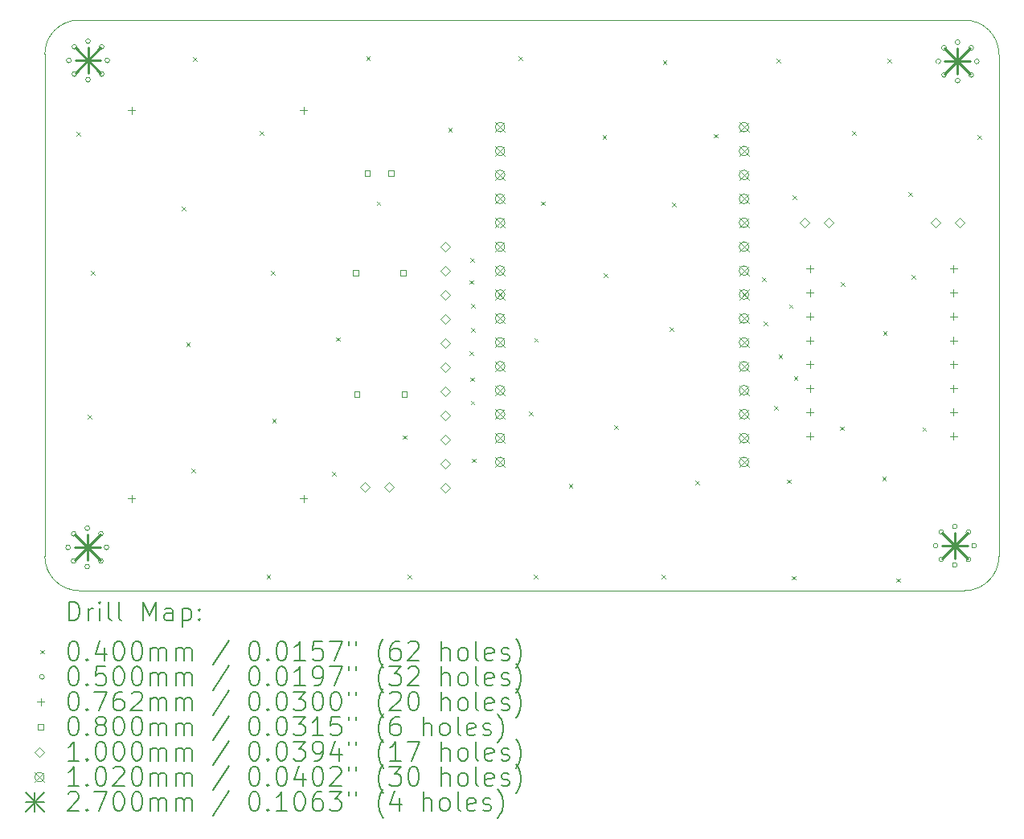
<source format=gbr>
%TF.GenerationSoftware,KiCad,Pcbnew,7.0.7*%
%TF.CreationDate,2024-05-28T19:53:24+02:00*%
%TF.ProjectId,linefollower_pcb,6c696e65-666f-46c6-9c6f-7765725f7063,rev?*%
%TF.SameCoordinates,Original*%
%TF.FileFunction,Drillmap*%
%TF.FilePolarity,Positive*%
%FSLAX45Y45*%
G04 Gerber Fmt 4.5, Leading zero omitted, Abs format (unit mm)*
G04 Created by KiCad (PCBNEW 7.0.7) date 2024-05-28 19:53:24*
%MOMM*%
%LPD*%
G01*
G04 APERTURE LIST*
%ADD10C,0.100000*%
%ADD11C,0.200000*%
%ADD12C,0.040000*%
%ADD13C,0.050000*%
%ADD14C,0.076200*%
%ADD15C,0.080000*%
%ADD16C,0.102000*%
%ADD17C,0.270000*%
G04 APERTURE END LIST*
D10*
X16000000Y-12590000D02*
G75*
G03*
X16360000Y-12230000I0J360000D01*
G01*
X16000000Y-12590000D02*
X6670000Y-12590000D01*
X16360000Y-6940000D02*
G75*
G03*
X16000000Y-6580000I-360000J0D01*
G01*
X6669558Y-6579558D02*
G75*
G03*
X6309558Y-6939558I2J-360002D01*
G01*
X6310000Y-12230000D02*
G75*
G03*
X6670000Y-12590000I360000J0D01*
G01*
X6669558Y-6579558D02*
X16000000Y-6580000D01*
X6310000Y-12230000D02*
X6309558Y-6939558D01*
X16360000Y-6940000D02*
X16360000Y-12230000D01*
D11*
D12*
X6645000Y-7760000D02*
X6685000Y-7800000D01*
X6685000Y-7760000D02*
X6645000Y-7800000D01*
X6760000Y-10740000D02*
X6800000Y-10780000D01*
X6800000Y-10740000D02*
X6760000Y-10780000D01*
X6795000Y-9220000D02*
X6835000Y-9260000D01*
X6835000Y-9220000D02*
X6795000Y-9260000D01*
X7755000Y-8545000D02*
X7795000Y-8585000D01*
X7795000Y-8545000D02*
X7755000Y-8585000D01*
X7800000Y-9975000D02*
X7840000Y-10015000D01*
X7840000Y-9975000D02*
X7800000Y-10015000D01*
X7855000Y-11305000D02*
X7895000Y-11345000D01*
X7895000Y-11305000D02*
X7855000Y-11345000D01*
X7870000Y-6970000D02*
X7910000Y-7010000D01*
X7910000Y-6970000D02*
X7870000Y-7010000D01*
X8575000Y-7750000D02*
X8615000Y-7790000D01*
X8615000Y-7750000D02*
X8575000Y-7790000D01*
X8645000Y-12425000D02*
X8685000Y-12465000D01*
X8685000Y-12425000D02*
X8645000Y-12465000D01*
X8695000Y-9220000D02*
X8735000Y-9260000D01*
X8735000Y-9220000D02*
X8695000Y-9260000D01*
X8705000Y-10780000D02*
X8745000Y-10820000D01*
X8745000Y-10780000D02*
X8705000Y-10820000D01*
X9335000Y-11340000D02*
X9375000Y-11380000D01*
X9375000Y-11340000D02*
X9335000Y-11380000D01*
X9380000Y-9920000D02*
X9420000Y-9960000D01*
X9420000Y-9920000D02*
X9380000Y-9960000D01*
X9695000Y-6960000D02*
X9735000Y-7000000D01*
X9735000Y-6960000D02*
X9695000Y-7000000D01*
X9805000Y-8490000D02*
X9845000Y-8530000D01*
X9845000Y-8490000D02*
X9805000Y-8530000D01*
X10080000Y-10955000D02*
X10120000Y-10995000D01*
X10120000Y-10955000D02*
X10080000Y-10995000D01*
X10130000Y-12425000D02*
X10170000Y-12465000D01*
X10170000Y-12425000D02*
X10130000Y-12465000D01*
X10560000Y-7715000D02*
X10600000Y-7755000D01*
X10600000Y-7715000D02*
X10560000Y-7755000D01*
X10785000Y-9320000D02*
X10825000Y-9360000D01*
X10825000Y-9320000D02*
X10785000Y-9360000D01*
X10785000Y-10070000D02*
X10825000Y-10110000D01*
X10825000Y-10070000D02*
X10785000Y-10110000D01*
X10790000Y-9090000D02*
X10830000Y-9130000D01*
X10830000Y-9090000D02*
X10790000Y-9130000D01*
X10790000Y-10345000D02*
X10830000Y-10385000D01*
X10830000Y-10345000D02*
X10790000Y-10385000D01*
X10795000Y-10590000D02*
X10835000Y-10630000D01*
X10835000Y-10590000D02*
X10795000Y-10630000D01*
X10800000Y-9570000D02*
X10840000Y-9610000D01*
X10840000Y-9570000D02*
X10800000Y-9610000D01*
X10800000Y-9825000D02*
X10840000Y-9865000D01*
X10840000Y-9825000D02*
X10800000Y-9865000D01*
X10810000Y-11200000D02*
X10850000Y-11240000D01*
X10850000Y-11200000D02*
X10810000Y-11240000D01*
X11300000Y-6960000D02*
X11340000Y-7000000D01*
X11340000Y-6960000D02*
X11300000Y-7000000D01*
X11410000Y-10705000D02*
X11450000Y-10745000D01*
X11450000Y-10705000D02*
X11410000Y-10745000D01*
X11460000Y-12425000D02*
X11500000Y-12465000D01*
X11500000Y-12425000D02*
X11460000Y-12465000D01*
X11465000Y-9930000D02*
X11505000Y-9970000D01*
X11505000Y-9930000D02*
X11465000Y-9970000D01*
X11540000Y-8490000D02*
X11580000Y-8530000D01*
X11580000Y-8490000D02*
X11540000Y-8530000D01*
X11830000Y-11465000D02*
X11870000Y-11505000D01*
X11870000Y-11465000D02*
X11830000Y-11505000D01*
X12185000Y-7790000D02*
X12225000Y-7830000D01*
X12225000Y-7790000D02*
X12185000Y-7830000D01*
X12195000Y-9245000D02*
X12235000Y-9285000D01*
X12235000Y-9245000D02*
X12195000Y-9285000D01*
X12305000Y-10850000D02*
X12345000Y-10890000D01*
X12345000Y-10850000D02*
X12305000Y-10890000D01*
X12805000Y-12425000D02*
X12845000Y-12465000D01*
X12845000Y-12425000D02*
X12805000Y-12465000D01*
X12820000Y-7005000D02*
X12860000Y-7045000D01*
X12860000Y-7005000D02*
X12820000Y-7045000D01*
X12890000Y-9815000D02*
X12930000Y-9855000D01*
X12930000Y-9815000D02*
X12890000Y-9855000D01*
X12915000Y-8500000D02*
X12955000Y-8540000D01*
X12955000Y-8500000D02*
X12915000Y-8540000D01*
X13165000Y-11435000D02*
X13205000Y-11475000D01*
X13205000Y-11435000D02*
X13165000Y-11475000D01*
X13355000Y-7780000D02*
X13395000Y-7820000D01*
X13395000Y-7780000D02*
X13355000Y-7820000D01*
X13865000Y-9290000D02*
X13905000Y-9330000D01*
X13905000Y-9290000D02*
X13865000Y-9330000D01*
X13880000Y-9755000D02*
X13920000Y-9795000D01*
X13920000Y-9755000D02*
X13880000Y-9795000D01*
X13990000Y-10645000D02*
X14030000Y-10685000D01*
X14030000Y-10645000D02*
X13990000Y-10685000D01*
X14020000Y-6985000D02*
X14060000Y-7025000D01*
X14060000Y-6985000D02*
X14020000Y-7025000D01*
X14040000Y-10105000D02*
X14080000Y-10145000D01*
X14080000Y-10105000D02*
X14040000Y-10145000D01*
X14125000Y-11420000D02*
X14165000Y-11460000D01*
X14165000Y-11420000D02*
X14125000Y-11460000D01*
X14150000Y-9575000D02*
X14190000Y-9615000D01*
X14190000Y-9575000D02*
X14150000Y-9615000D01*
X14180000Y-12435000D02*
X14220000Y-12475000D01*
X14220000Y-12435000D02*
X14180000Y-12475000D01*
X14185000Y-8425000D02*
X14225000Y-8465000D01*
X14225000Y-8425000D02*
X14185000Y-8465000D01*
X14200000Y-10330000D02*
X14240000Y-10370000D01*
X14240000Y-10330000D02*
X14200000Y-10370000D01*
X14685000Y-10860000D02*
X14725000Y-10900000D01*
X14725000Y-10860000D02*
X14685000Y-10900000D01*
X14695000Y-9340000D02*
X14735000Y-9380000D01*
X14735000Y-9340000D02*
X14695000Y-9380000D01*
X14815000Y-7750000D02*
X14855000Y-7790000D01*
X14855000Y-7750000D02*
X14815000Y-7790000D01*
X15130000Y-11390000D02*
X15170000Y-11430000D01*
X15170000Y-11390000D02*
X15130000Y-11430000D01*
X15140000Y-9860000D02*
X15180000Y-9900000D01*
X15180000Y-9860000D02*
X15140000Y-9900000D01*
X15185000Y-6985000D02*
X15225000Y-7025000D01*
X15225000Y-6985000D02*
X15185000Y-7025000D01*
X15280000Y-12460000D02*
X15320000Y-12500000D01*
X15320000Y-12460000D02*
X15280000Y-12500000D01*
X15405000Y-8390000D02*
X15445000Y-8430000D01*
X15445000Y-8390000D02*
X15405000Y-8430000D01*
X15440000Y-9265000D02*
X15480000Y-9305000D01*
X15480000Y-9265000D02*
X15440000Y-9305000D01*
X15555000Y-10870000D02*
X15595000Y-10910000D01*
X15595000Y-10870000D02*
X15555000Y-10910000D01*
X16135000Y-7790000D02*
X16175000Y-7830000D01*
X16175000Y-7790000D02*
X16135000Y-7830000D01*
D13*
X6580000Y-12135000D02*
G75*
G03*
X6580000Y-12135000I-25000J0D01*
G01*
X6587500Y-7005000D02*
G75*
G03*
X6587500Y-7005000I-25000J0D01*
G01*
X6639311Y-11991811D02*
G75*
G03*
X6639311Y-11991811I-25000J0D01*
G01*
X6639311Y-12278189D02*
G75*
G03*
X6639311Y-12278189I-25000J0D01*
G01*
X6646811Y-6861811D02*
G75*
G03*
X6646811Y-6861811I-25000J0D01*
G01*
X6646811Y-7148189D02*
G75*
G03*
X6646811Y-7148189I-25000J0D01*
G01*
X6782500Y-11932500D02*
G75*
G03*
X6782500Y-11932500I-25000J0D01*
G01*
X6782500Y-12337500D02*
G75*
G03*
X6782500Y-12337500I-25000J0D01*
G01*
X6790000Y-6802500D02*
G75*
G03*
X6790000Y-6802500I-25000J0D01*
G01*
X6790000Y-7207500D02*
G75*
G03*
X6790000Y-7207500I-25000J0D01*
G01*
X6925689Y-11991811D02*
G75*
G03*
X6925689Y-11991811I-25000J0D01*
G01*
X6925689Y-12278189D02*
G75*
G03*
X6925689Y-12278189I-25000J0D01*
G01*
X6933189Y-6861811D02*
G75*
G03*
X6933189Y-6861811I-25000J0D01*
G01*
X6933189Y-7148189D02*
G75*
G03*
X6933189Y-7148189I-25000J0D01*
G01*
X6985000Y-12135000D02*
G75*
G03*
X6985000Y-12135000I-25000J0D01*
G01*
X6992500Y-7005000D02*
G75*
G03*
X6992500Y-7005000I-25000J0D01*
G01*
X15717500Y-12117500D02*
G75*
G03*
X15717500Y-12117500I-25000J0D01*
G01*
X15747500Y-7015000D02*
G75*
G03*
X15747500Y-7015000I-25000J0D01*
G01*
X15776811Y-11974311D02*
G75*
G03*
X15776811Y-11974311I-25000J0D01*
G01*
X15776811Y-12260689D02*
G75*
G03*
X15776811Y-12260689I-25000J0D01*
G01*
X15806811Y-6871811D02*
G75*
G03*
X15806811Y-6871811I-25000J0D01*
G01*
X15806811Y-7158189D02*
G75*
G03*
X15806811Y-7158189I-25000J0D01*
G01*
X15920000Y-11915000D02*
G75*
G03*
X15920000Y-11915000I-25000J0D01*
G01*
X15920000Y-12320000D02*
G75*
G03*
X15920000Y-12320000I-25000J0D01*
G01*
X15950000Y-6812500D02*
G75*
G03*
X15950000Y-6812500I-25000J0D01*
G01*
X15950000Y-7217500D02*
G75*
G03*
X15950000Y-7217500I-25000J0D01*
G01*
X16063189Y-11974311D02*
G75*
G03*
X16063189Y-11974311I-25000J0D01*
G01*
X16063189Y-12260689D02*
G75*
G03*
X16063189Y-12260689I-25000J0D01*
G01*
X16093189Y-6871811D02*
G75*
G03*
X16093189Y-6871811I-25000J0D01*
G01*
X16093189Y-7158189D02*
G75*
G03*
X16093189Y-7158189I-25000J0D01*
G01*
X16122500Y-12117500D02*
G75*
G03*
X16122500Y-12117500I-25000J0D01*
G01*
X16152500Y-7015000D02*
G75*
G03*
X16152500Y-7015000I-25000J0D01*
G01*
D14*
X7225000Y-7491900D02*
X7225000Y-7568100D01*
X7186900Y-7530000D02*
X7263100Y-7530000D01*
X7225000Y-11581900D02*
X7225000Y-11658100D01*
X7186900Y-11620000D02*
X7263100Y-11620000D01*
X9035000Y-7491900D02*
X9035000Y-7568100D01*
X8996900Y-7530000D02*
X9073100Y-7530000D01*
X9035000Y-11581900D02*
X9035000Y-11658100D01*
X8996900Y-11620000D02*
X9073100Y-11620000D01*
X14370000Y-9159900D02*
X14370000Y-9236100D01*
X14331900Y-9198000D02*
X14408100Y-9198000D01*
X14370000Y-9411900D02*
X14370000Y-9488100D01*
X14331900Y-9450000D02*
X14408100Y-9450000D01*
X14370000Y-9663900D02*
X14370000Y-9740100D01*
X14331900Y-9702000D02*
X14408100Y-9702000D01*
X14370000Y-9915900D02*
X14370000Y-9992100D01*
X14331900Y-9954000D02*
X14408100Y-9954000D01*
X14370000Y-10167900D02*
X14370000Y-10244100D01*
X14331900Y-10206000D02*
X14408100Y-10206000D01*
X14370000Y-10419900D02*
X14370000Y-10496100D01*
X14331900Y-10458000D02*
X14408100Y-10458000D01*
X14370000Y-10671900D02*
X14370000Y-10748100D01*
X14331900Y-10710000D02*
X14408100Y-10710000D01*
X14370000Y-10923900D02*
X14370000Y-11000100D01*
X14331900Y-10962000D02*
X14408100Y-10962000D01*
X15882000Y-9159900D02*
X15882000Y-9236100D01*
X15843900Y-9198000D02*
X15920100Y-9198000D01*
X15882000Y-9411900D02*
X15882000Y-9488100D01*
X15843900Y-9450000D02*
X15920100Y-9450000D01*
X15882000Y-9663900D02*
X15882000Y-9740100D01*
X15843900Y-9702000D02*
X15920100Y-9702000D01*
X15882000Y-9915900D02*
X15882000Y-9992100D01*
X15843900Y-9954000D02*
X15920100Y-9954000D01*
X15882000Y-10167900D02*
X15882000Y-10244100D01*
X15843900Y-10206000D02*
X15920100Y-10206000D01*
X15882000Y-10419900D02*
X15882000Y-10496100D01*
X15843900Y-10458000D02*
X15920100Y-10458000D01*
X15882000Y-10671900D02*
X15882000Y-10748100D01*
X15843900Y-10710000D02*
X15920100Y-10710000D01*
X15882000Y-10923900D02*
X15882000Y-11000100D01*
X15843900Y-10962000D02*
X15920100Y-10962000D01*
D15*
X9614285Y-9269785D02*
X9614285Y-9213216D01*
X9557716Y-9213216D01*
X9557716Y-9269785D01*
X9614285Y-9269785D01*
X9624019Y-10549785D02*
X9624019Y-10493216D01*
X9567450Y-10493216D01*
X9567450Y-10549785D01*
X9624019Y-10549785D01*
X9734285Y-8219784D02*
X9734285Y-8163215D01*
X9677716Y-8163215D01*
X9677716Y-8219784D01*
X9734285Y-8219784D01*
X9984285Y-8219784D02*
X9984285Y-8163215D01*
X9927716Y-8163215D01*
X9927716Y-8219784D01*
X9984285Y-8219784D01*
X10114285Y-9269785D02*
X10114285Y-9213216D01*
X10057716Y-9213216D01*
X10057716Y-9269785D01*
X10114285Y-9269785D01*
X10124019Y-10549785D02*
X10124019Y-10493216D01*
X10067450Y-10493216D01*
X10067450Y-10549785D01*
X10124019Y-10549785D01*
D10*
X9678500Y-11551500D02*
X9728500Y-11501500D01*
X9678500Y-11451500D01*
X9628500Y-11501500D01*
X9678500Y-11551500D01*
X9932500Y-11551500D02*
X9982500Y-11501500D01*
X9932500Y-11451500D01*
X9882500Y-11501500D01*
X9932500Y-11551500D01*
X10530000Y-9014000D02*
X10580000Y-8964000D01*
X10530000Y-8914000D01*
X10480000Y-8964000D01*
X10530000Y-9014000D01*
X10530000Y-9268000D02*
X10580000Y-9218000D01*
X10530000Y-9168000D01*
X10480000Y-9218000D01*
X10530000Y-9268000D01*
X10530000Y-9522000D02*
X10580000Y-9472000D01*
X10530000Y-9422000D01*
X10480000Y-9472000D01*
X10530000Y-9522000D01*
X10530000Y-9776000D02*
X10580000Y-9726000D01*
X10530000Y-9676000D01*
X10480000Y-9726000D01*
X10530000Y-9776000D01*
X10530000Y-10030000D02*
X10580000Y-9980000D01*
X10530000Y-9930000D01*
X10480000Y-9980000D01*
X10530000Y-10030000D01*
X10530000Y-10284000D02*
X10580000Y-10234000D01*
X10530000Y-10184000D01*
X10480000Y-10234000D01*
X10530000Y-10284000D01*
X10530000Y-10538000D02*
X10580000Y-10488000D01*
X10530000Y-10438000D01*
X10480000Y-10488000D01*
X10530000Y-10538000D01*
X10530000Y-10792000D02*
X10580000Y-10742000D01*
X10530000Y-10692000D01*
X10480000Y-10742000D01*
X10530000Y-10792000D01*
X10530000Y-11046000D02*
X10580000Y-10996000D01*
X10530000Y-10946000D01*
X10480000Y-10996000D01*
X10530000Y-11046000D01*
X10530000Y-11300000D02*
X10580000Y-11250000D01*
X10530000Y-11200000D01*
X10480000Y-11250000D01*
X10530000Y-11300000D01*
X10530000Y-11554000D02*
X10580000Y-11504000D01*
X10530000Y-11454000D01*
X10480000Y-11504000D01*
X10530000Y-11554000D01*
X14316000Y-8760000D02*
X14366000Y-8710000D01*
X14316000Y-8660000D01*
X14266000Y-8710000D01*
X14316000Y-8760000D01*
X14570000Y-8760000D02*
X14620000Y-8710000D01*
X14570000Y-8660000D01*
X14520000Y-8710000D01*
X14570000Y-8760000D01*
X15696000Y-8760000D02*
X15746000Y-8710000D01*
X15696000Y-8660000D01*
X15646000Y-8710000D01*
X15696000Y-8760000D01*
X15950000Y-8760000D02*
X16000000Y-8710000D01*
X15950000Y-8660000D01*
X15900000Y-8710000D01*
X15950000Y-8760000D01*
D16*
X11054000Y-7656000D02*
X11156000Y-7758000D01*
X11156000Y-7656000D02*
X11054000Y-7758000D01*
X11156000Y-7707000D02*
G75*
G03*
X11156000Y-7707000I-51000J0D01*
G01*
X11054000Y-7908000D02*
X11156000Y-8010000D01*
X11156000Y-7908000D02*
X11054000Y-8010000D01*
X11156000Y-7959000D02*
G75*
G03*
X11156000Y-7959000I-51000J0D01*
G01*
X11054000Y-8160000D02*
X11156000Y-8262000D01*
X11156000Y-8160000D02*
X11054000Y-8262000D01*
X11156000Y-8211000D02*
G75*
G03*
X11156000Y-8211000I-51000J0D01*
G01*
X11054000Y-8412000D02*
X11156000Y-8514000D01*
X11156000Y-8412000D02*
X11054000Y-8514000D01*
X11156000Y-8463000D02*
G75*
G03*
X11156000Y-8463000I-51000J0D01*
G01*
X11054000Y-8664000D02*
X11156000Y-8766000D01*
X11156000Y-8664000D02*
X11054000Y-8766000D01*
X11156000Y-8715000D02*
G75*
G03*
X11156000Y-8715000I-51000J0D01*
G01*
X11054000Y-8916000D02*
X11156000Y-9018000D01*
X11156000Y-8916000D02*
X11054000Y-9018000D01*
X11156000Y-8967000D02*
G75*
G03*
X11156000Y-8967000I-51000J0D01*
G01*
X11054000Y-9168000D02*
X11156000Y-9270000D01*
X11156000Y-9168000D02*
X11054000Y-9270000D01*
X11156000Y-9219000D02*
G75*
G03*
X11156000Y-9219000I-51000J0D01*
G01*
X11054000Y-9420000D02*
X11156000Y-9522000D01*
X11156000Y-9420000D02*
X11054000Y-9522000D01*
X11156000Y-9471000D02*
G75*
G03*
X11156000Y-9471000I-51000J0D01*
G01*
X11054000Y-9672000D02*
X11156000Y-9774000D01*
X11156000Y-9672000D02*
X11054000Y-9774000D01*
X11156000Y-9723000D02*
G75*
G03*
X11156000Y-9723000I-51000J0D01*
G01*
X11054000Y-9924000D02*
X11156000Y-10026000D01*
X11156000Y-9924000D02*
X11054000Y-10026000D01*
X11156000Y-9975000D02*
G75*
G03*
X11156000Y-9975000I-51000J0D01*
G01*
X11054000Y-10176000D02*
X11156000Y-10278000D01*
X11156000Y-10176000D02*
X11054000Y-10278000D01*
X11156000Y-10227000D02*
G75*
G03*
X11156000Y-10227000I-51000J0D01*
G01*
X11054000Y-10428000D02*
X11156000Y-10530000D01*
X11156000Y-10428000D02*
X11054000Y-10530000D01*
X11156000Y-10479000D02*
G75*
G03*
X11156000Y-10479000I-51000J0D01*
G01*
X11054000Y-10680000D02*
X11156000Y-10782000D01*
X11156000Y-10680000D02*
X11054000Y-10782000D01*
X11156000Y-10731000D02*
G75*
G03*
X11156000Y-10731000I-51000J0D01*
G01*
X11054000Y-10932000D02*
X11156000Y-11034000D01*
X11156000Y-10932000D02*
X11054000Y-11034000D01*
X11156000Y-10983000D02*
G75*
G03*
X11156000Y-10983000I-51000J0D01*
G01*
X11054000Y-11184000D02*
X11156000Y-11286000D01*
X11156000Y-11184000D02*
X11054000Y-11286000D01*
X11156000Y-11235000D02*
G75*
G03*
X11156000Y-11235000I-51000J0D01*
G01*
X13624000Y-7656000D02*
X13726000Y-7758000D01*
X13726000Y-7656000D02*
X13624000Y-7758000D01*
X13726000Y-7707000D02*
G75*
G03*
X13726000Y-7707000I-51000J0D01*
G01*
X13624000Y-7908000D02*
X13726000Y-8010000D01*
X13726000Y-7908000D02*
X13624000Y-8010000D01*
X13726000Y-7959000D02*
G75*
G03*
X13726000Y-7959000I-51000J0D01*
G01*
X13624000Y-8160000D02*
X13726000Y-8262000D01*
X13726000Y-8160000D02*
X13624000Y-8262000D01*
X13726000Y-8211000D02*
G75*
G03*
X13726000Y-8211000I-51000J0D01*
G01*
X13624000Y-8412000D02*
X13726000Y-8514000D01*
X13726000Y-8412000D02*
X13624000Y-8514000D01*
X13726000Y-8463000D02*
G75*
G03*
X13726000Y-8463000I-51000J0D01*
G01*
X13624000Y-8664000D02*
X13726000Y-8766000D01*
X13726000Y-8664000D02*
X13624000Y-8766000D01*
X13726000Y-8715000D02*
G75*
G03*
X13726000Y-8715000I-51000J0D01*
G01*
X13624000Y-8916000D02*
X13726000Y-9018000D01*
X13726000Y-8916000D02*
X13624000Y-9018000D01*
X13726000Y-8967000D02*
G75*
G03*
X13726000Y-8967000I-51000J0D01*
G01*
X13624000Y-9168000D02*
X13726000Y-9270000D01*
X13726000Y-9168000D02*
X13624000Y-9270000D01*
X13726000Y-9219000D02*
G75*
G03*
X13726000Y-9219000I-51000J0D01*
G01*
X13624000Y-9420000D02*
X13726000Y-9522000D01*
X13726000Y-9420000D02*
X13624000Y-9522000D01*
X13726000Y-9471000D02*
G75*
G03*
X13726000Y-9471000I-51000J0D01*
G01*
X13624000Y-9672000D02*
X13726000Y-9774000D01*
X13726000Y-9672000D02*
X13624000Y-9774000D01*
X13726000Y-9723000D02*
G75*
G03*
X13726000Y-9723000I-51000J0D01*
G01*
X13624000Y-9924000D02*
X13726000Y-10026000D01*
X13726000Y-9924000D02*
X13624000Y-10026000D01*
X13726000Y-9975000D02*
G75*
G03*
X13726000Y-9975000I-51000J0D01*
G01*
X13624000Y-10176000D02*
X13726000Y-10278000D01*
X13726000Y-10176000D02*
X13624000Y-10278000D01*
X13726000Y-10227000D02*
G75*
G03*
X13726000Y-10227000I-51000J0D01*
G01*
X13624000Y-10428000D02*
X13726000Y-10530000D01*
X13726000Y-10428000D02*
X13624000Y-10530000D01*
X13726000Y-10479000D02*
G75*
G03*
X13726000Y-10479000I-51000J0D01*
G01*
X13624000Y-10680000D02*
X13726000Y-10782000D01*
X13726000Y-10680000D02*
X13624000Y-10782000D01*
X13726000Y-10731000D02*
G75*
G03*
X13726000Y-10731000I-51000J0D01*
G01*
X13624000Y-10932000D02*
X13726000Y-11034000D01*
X13726000Y-10932000D02*
X13624000Y-11034000D01*
X13726000Y-10983000D02*
G75*
G03*
X13726000Y-10983000I-51000J0D01*
G01*
X13624000Y-11184000D02*
X13726000Y-11286000D01*
X13726000Y-11184000D02*
X13624000Y-11286000D01*
X13726000Y-11235000D02*
G75*
G03*
X13726000Y-11235000I-51000J0D01*
G01*
D17*
X6622500Y-12000000D02*
X6892500Y-12270000D01*
X6892500Y-12000000D02*
X6622500Y-12270000D01*
X6757500Y-12000000D02*
X6757500Y-12270000D01*
X6622500Y-12135000D02*
X6892500Y-12135000D01*
X6630000Y-6870000D02*
X6900000Y-7140000D01*
X6900000Y-6870000D02*
X6630000Y-7140000D01*
X6765000Y-6870000D02*
X6765000Y-7140000D01*
X6630000Y-7005000D02*
X6900000Y-7005000D01*
X15760000Y-11982500D02*
X16030000Y-12252500D01*
X16030000Y-11982500D02*
X15760000Y-12252500D01*
X15895000Y-11982500D02*
X15895000Y-12252500D01*
X15760000Y-12117500D02*
X16030000Y-12117500D01*
X15790000Y-6880000D02*
X16060000Y-7150000D01*
X16060000Y-6880000D02*
X15790000Y-7150000D01*
X15925000Y-6880000D02*
X15925000Y-7150000D01*
X15790000Y-7015000D02*
X16060000Y-7015000D01*
D11*
X6565335Y-12906484D02*
X6565335Y-12706484D01*
X6565335Y-12706484D02*
X6612954Y-12706484D01*
X6612954Y-12706484D02*
X6641526Y-12716008D01*
X6641526Y-12716008D02*
X6660573Y-12735055D01*
X6660573Y-12735055D02*
X6670097Y-12754103D01*
X6670097Y-12754103D02*
X6679621Y-12792198D01*
X6679621Y-12792198D02*
X6679621Y-12820769D01*
X6679621Y-12820769D02*
X6670097Y-12858865D01*
X6670097Y-12858865D02*
X6660573Y-12877912D01*
X6660573Y-12877912D02*
X6641526Y-12896960D01*
X6641526Y-12896960D02*
X6612954Y-12906484D01*
X6612954Y-12906484D02*
X6565335Y-12906484D01*
X6765335Y-12906484D02*
X6765335Y-12773150D01*
X6765335Y-12811246D02*
X6774859Y-12792198D01*
X6774859Y-12792198D02*
X6784383Y-12782674D01*
X6784383Y-12782674D02*
X6803430Y-12773150D01*
X6803430Y-12773150D02*
X6822478Y-12773150D01*
X6889145Y-12906484D02*
X6889145Y-12773150D01*
X6889145Y-12706484D02*
X6879621Y-12716008D01*
X6879621Y-12716008D02*
X6889145Y-12725531D01*
X6889145Y-12725531D02*
X6898668Y-12716008D01*
X6898668Y-12716008D02*
X6889145Y-12706484D01*
X6889145Y-12706484D02*
X6889145Y-12725531D01*
X7012954Y-12906484D02*
X6993907Y-12896960D01*
X6993907Y-12896960D02*
X6984383Y-12877912D01*
X6984383Y-12877912D02*
X6984383Y-12706484D01*
X7117716Y-12906484D02*
X7098668Y-12896960D01*
X7098668Y-12896960D02*
X7089145Y-12877912D01*
X7089145Y-12877912D02*
X7089145Y-12706484D01*
X7346288Y-12906484D02*
X7346288Y-12706484D01*
X7346288Y-12706484D02*
X7412954Y-12849341D01*
X7412954Y-12849341D02*
X7479621Y-12706484D01*
X7479621Y-12706484D02*
X7479621Y-12906484D01*
X7660573Y-12906484D02*
X7660573Y-12801722D01*
X7660573Y-12801722D02*
X7651049Y-12782674D01*
X7651049Y-12782674D02*
X7632002Y-12773150D01*
X7632002Y-12773150D02*
X7593907Y-12773150D01*
X7593907Y-12773150D02*
X7574859Y-12782674D01*
X7660573Y-12896960D02*
X7641526Y-12906484D01*
X7641526Y-12906484D02*
X7593907Y-12906484D01*
X7593907Y-12906484D02*
X7574859Y-12896960D01*
X7574859Y-12896960D02*
X7565335Y-12877912D01*
X7565335Y-12877912D02*
X7565335Y-12858865D01*
X7565335Y-12858865D02*
X7574859Y-12839817D01*
X7574859Y-12839817D02*
X7593907Y-12830293D01*
X7593907Y-12830293D02*
X7641526Y-12830293D01*
X7641526Y-12830293D02*
X7660573Y-12820769D01*
X7755811Y-12773150D02*
X7755811Y-12973150D01*
X7755811Y-12782674D02*
X7774859Y-12773150D01*
X7774859Y-12773150D02*
X7812954Y-12773150D01*
X7812954Y-12773150D02*
X7832002Y-12782674D01*
X7832002Y-12782674D02*
X7841526Y-12792198D01*
X7841526Y-12792198D02*
X7851049Y-12811246D01*
X7851049Y-12811246D02*
X7851049Y-12868388D01*
X7851049Y-12868388D02*
X7841526Y-12887436D01*
X7841526Y-12887436D02*
X7832002Y-12896960D01*
X7832002Y-12896960D02*
X7812954Y-12906484D01*
X7812954Y-12906484D02*
X7774859Y-12906484D01*
X7774859Y-12906484D02*
X7755811Y-12896960D01*
X7936764Y-12887436D02*
X7946288Y-12896960D01*
X7946288Y-12896960D02*
X7936764Y-12906484D01*
X7936764Y-12906484D02*
X7927240Y-12896960D01*
X7927240Y-12896960D02*
X7936764Y-12887436D01*
X7936764Y-12887436D02*
X7936764Y-12906484D01*
X7936764Y-12782674D02*
X7946288Y-12792198D01*
X7946288Y-12792198D02*
X7936764Y-12801722D01*
X7936764Y-12801722D02*
X7927240Y-12792198D01*
X7927240Y-12792198D02*
X7936764Y-12782674D01*
X7936764Y-12782674D02*
X7936764Y-12801722D01*
D12*
X6264558Y-13215000D02*
X6304558Y-13255000D01*
X6304558Y-13215000D02*
X6264558Y-13255000D01*
D11*
X6603430Y-13126484D02*
X6622478Y-13126484D01*
X6622478Y-13126484D02*
X6641526Y-13136008D01*
X6641526Y-13136008D02*
X6651049Y-13145531D01*
X6651049Y-13145531D02*
X6660573Y-13164579D01*
X6660573Y-13164579D02*
X6670097Y-13202674D01*
X6670097Y-13202674D02*
X6670097Y-13250293D01*
X6670097Y-13250293D02*
X6660573Y-13288388D01*
X6660573Y-13288388D02*
X6651049Y-13307436D01*
X6651049Y-13307436D02*
X6641526Y-13316960D01*
X6641526Y-13316960D02*
X6622478Y-13326484D01*
X6622478Y-13326484D02*
X6603430Y-13326484D01*
X6603430Y-13326484D02*
X6584383Y-13316960D01*
X6584383Y-13316960D02*
X6574859Y-13307436D01*
X6574859Y-13307436D02*
X6565335Y-13288388D01*
X6565335Y-13288388D02*
X6555811Y-13250293D01*
X6555811Y-13250293D02*
X6555811Y-13202674D01*
X6555811Y-13202674D02*
X6565335Y-13164579D01*
X6565335Y-13164579D02*
X6574859Y-13145531D01*
X6574859Y-13145531D02*
X6584383Y-13136008D01*
X6584383Y-13136008D02*
X6603430Y-13126484D01*
X6755811Y-13307436D02*
X6765335Y-13316960D01*
X6765335Y-13316960D02*
X6755811Y-13326484D01*
X6755811Y-13326484D02*
X6746288Y-13316960D01*
X6746288Y-13316960D02*
X6755811Y-13307436D01*
X6755811Y-13307436D02*
X6755811Y-13326484D01*
X6936764Y-13193150D02*
X6936764Y-13326484D01*
X6889145Y-13116960D02*
X6841526Y-13259817D01*
X6841526Y-13259817D02*
X6965335Y-13259817D01*
X7079621Y-13126484D02*
X7098669Y-13126484D01*
X7098669Y-13126484D02*
X7117716Y-13136008D01*
X7117716Y-13136008D02*
X7127240Y-13145531D01*
X7127240Y-13145531D02*
X7136764Y-13164579D01*
X7136764Y-13164579D02*
X7146288Y-13202674D01*
X7146288Y-13202674D02*
X7146288Y-13250293D01*
X7146288Y-13250293D02*
X7136764Y-13288388D01*
X7136764Y-13288388D02*
X7127240Y-13307436D01*
X7127240Y-13307436D02*
X7117716Y-13316960D01*
X7117716Y-13316960D02*
X7098669Y-13326484D01*
X7098669Y-13326484D02*
X7079621Y-13326484D01*
X7079621Y-13326484D02*
X7060573Y-13316960D01*
X7060573Y-13316960D02*
X7051049Y-13307436D01*
X7051049Y-13307436D02*
X7041526Y-13288388D01*
X7041526Y-13288388D02*
X7032002Y-13250293D01*
X7032002Y-13250293D02*
X7032002Y-13202674D01*
X7032002Y-13202674D02*
X7041526Y-13164579D01*
X7041526Y-13164579D02*
X7051049Y-13145531D01*
X7051049Y-13145531D02*
X7060573Y-13136008D01*
X7060573Y-13136008D02*
X7079621Y-13126484D01*
X7270097Y-13126484D02*
X7289145Y-13126484D01*
X7289145Y-13126484D02*
X7308192Y-13136008D01*
X7308192Y-13136008D02*
X7317716Y-13145531D01*
X7317716Y-13145531D02*
X7327240Y-13164579D01*
X7327240Y-13164579D02*
X7336764Y-13202674D01*
X7336764Y-13202674D02*
X7336764Y-13250293D01*
X7336764Y-13250293D02*
X7327240Y-13288388D01*
X7327240Y-13288388D02*
X7317716Y-13307436D01*
X7317716Y-13307436D02*
X7308192Y-13316960D01*
X7308192Y-13316960D02*
X7289145Y-13326484D01*
X7289145Y-13326484D02*
X7270097Y-13326484D01*
X7270097Y-13326484D02*
X7251049Y-13316960D01*
X7251049Y-13316960D02*
X7241526Y-13307436D01*
X7241526Y-13307436D02*
X7232002Y-13288388D01*
X7232002Y-13288388D02*
X7222478Y-13250293D01*
X7222478Y-13250293D02*
X7222478Y-13202674D01*
X7222478Y-13202674D02*
X7232002Y-13164579D01*
X7232002Y-13164579D02*
X7241526Y-13145531D01*
X7241526Y-13145531D02*
X7251049Y-13136008D01*
X7251049Y-13136008D02*
X7270097Y-13126484D01*
X7422478Y-13326484D02*
X7422478Y-13193150D01*
X7422478Y-13212198D02*
X7432002Y-13202674D01*
X7432002Y-13202674D02*
X7451049Y-13193150D01*
X7451049Y-13193150D02*
X7479621Y-13193150D01*
X7479621Y-13193150D02*
X7498669Y-13202674D01*
X7498669Y-13202674D02*
X7508192Y-13221722D01*
X7508192Y-13221722D02*
X7508192Y-13326484D01*
X7508192Y-13221722D02*
X7517716Y-13202674D01*
X7517716Y-13202674D02*
X7536764Y-13193150D01*
X7536764Y-13193150D02*
X7565335Y-13193150D01*
X7565335Y-13193150D02*
X7584383Y-13202674D01*
X7584383Y-13202674D02*
X7593907Y-13221722D01*
X7593907Y-13221722D02*
X7593907Y-13326484D01*
X7689145Y-13326484D02*
X7689145Y-13193150D01*
X7689145Y-13212198D02*
X7698669Y-13202674D01*
X7698669Y-13202674D02*
X7717716Y-13193150D01*
X7717716Y-13193150D02*
X7746288Y-13193150D01*
X7746288Y-13193150D02*
X7765335Y-13202674D01*
X7765335Y-13202674D02*
X7774859Y-13221722D01*
X7774859Y-13221722D02*
X7774859Y-13326484D01*
X7774859Y-13221722D02*
X7784383Y-13202674D01*
X7784383Y-13202674D02*
X7803430Y-13193150D01*
X7803430Y-13193150D02*
X7832002Y-13193150D01*
X7832002Y-13193150D02*
X7851050Y-13202674D01*
X7851050Y-13202674D02*
X7860573Y-13221722D01*
X7860573Y-13221722D02*
X7860573Y-13326484D01*
X8251050Y-13116960D02*
X8079621Y-13374103D01*
X8508193Y-13126484D02*
X8527240Y-13126484D01*
X8527240Y-13126484D02*
X8546288Y-13136008D01*
X8546288Y-13136008D02*
X8555812Y-13145531D01*
X8555812Y-13145531D02*
X8565335Y-13164579D01*
X8565335Y-13164579D02*
X8574859Y-13202674D01*
X8574859Y-13202674D02*
X8574859Y-13250293D01*
X8574859Y-13250293D02*
X8565335Y-13288388D01*
X8565335Y-13288388D02*
X8555812Y-13307436D01*
X8555812Y-13307436D02*
X8546288Y-13316960D01*
X8546288Y-13316960D02*
X8527240Y-13326484D01*
X8527240Y-13326484D02*
X8508193Y-13326484D01*
X8508193Y-13326484D02*
X8489145Y-13316960D01*
X8489145Y-13316960D02*
X8479621Y-13307436D01*
X8479621Y-13307436D02*
X8470097Y-13288388D01*
X8470097Y-13288388D02*
X8460574Y-13250293D01*
X8460574Y-13250293D02*
X8460574Y-13202674D01*
X8460574Y-13202674D02*
X8470097Y-13164579D01*
X8470097Y-13164579D02*
X8479621Y-13145531D01*
X8479621Y-13145531D02*
X8489145Y-13136008D01*
X8489145Y-13136008D02*
X8508193Y-13126484D01*
X8660574Y-13307436D02*
X8670097Y-13316960D01*
X8670097Y-13316960D02*
X8660574Y-13326484D01*
X8660574Y-13326484D02*
X8651050Y-13316960D01*
X8651050Y-13316960D02*
X8660574Y-13307436D01*
X8660574Y-13307436D02*
X8660574Y-13326484D01*
X8793907Y-13126484D02*
X8812955Y-13126484D01*
X8812955Y-13126484D02*
X8832002Y-13136008D01*
X8832002Y-13136008D02*
X8841526Y-13145531D01*
X8841526Y-13145531D02*
X8851050Y-13164579D01*
X8851050Y-13164579D02*
X8860574Y-13202674D01*
X8860574Y-13202674D02*
X8860574Y-13250293D01*
X8860574Y-13250293D02*
X8851050Y-13288388D01*
X8851050Y-13288388D02*
X8841526Y-13307436D01*
X8841526Y-13307436D02*
X8832002Y-13316960D01*
X8832002Y-13316960D02*
X8812955Y-13326484D01*
X8812955Y-13326484D02*
X8793907Y-13326484D01*
X8793907Y-13326484D02*
X8774859Y-13316960D01*
X8774859Y-13316960D02*
X8765335Y-13307436D01*
X8765335Y-13307436D02*
X8755812Y-13288388D01*
X8755812Y-13288388D02*
X8746288Y-13250293D01*
X8746288Y-13250293D02*
X8746288Y-13202674D01*
X8746288Y-13202674D02*
X8755812Y-13164579D01*
X8755812Y-13164579D02*
X8765335Y-13145531D01*
X8765335Y-13145531D02*
X8774859Y-13136008D01*
X8774859Y-13136008D02*
X8793907Y-13126484D01*
X9051050Y-13326484D02*
X8936764Y-13326484D01*
X8993907Y-13326484D02*
X8993907Y-13126484D01*
X8993907Y-13126484D02*
X8974859Y-13155055D01*
X8974859Y-13155055D02*
X8955812Y-13174103D01*
X8955812Y-13174103D02*
X8936764Y-13183627D01*
X9232002Y-13126484D02*
X9136764Y-13126484D01*
X9136764Y-13126484D02*
X9127240Y-13221722D01*
X9127240Y-13221722D02*
X9136764Y-13212198D01*
X9136764Y-13212198D02*
X9155812Y-13202674D01*
X9155812Y-13202674D02*
X9203431Y-13202674D01*
X9203431Y-13202674D02*
X9222478Y-13212198D01*
X9222478Y-13212198D02*
X9232002Y-13221722D01*
X9232002Y-13221722D02*
X9241526Y-13240769D01*
X9241526Y-13240769D02*
X9241526Y-13288388D01*
X9241526Y-13288388D02*
X9232002Y-13307436D01*
X9232002Y-13307436D02*
X9222478Y-13316960D01*
X9222478Y-13316960D02*
X9203431Y-13326484D01*
X9203431Y-13326484D02*
X9155812Y-13326484D01*
X9155812Y-13326484D02*
X9136764Y-13316960D01*
X9136764Y-13316960D02*
X9127240Y-13307436D01*
X9308193Y-13126484D02*
X9441526Y-13126484D01*
X9441526Y-13126484D02*
X9355812Y-13326484D01*
X9508193Y-13126484D02*
X9508193Y-13164579D01*
X9584383Y-13126484D02*
X9584383Y-13164579D01*
X9879621Y-13402674D02*
X9870097Y-13393150D01*
X9870097Y-13393150D02*
X9851050Y-13364579D01*
X9851050Y-13364579D02*
X9841526Y-13345531D01*
X9841526Y-13345531D02*
X9832002Y-13316960D01*
X9832002Y-13316960D02*
X9822478Y-13269341D01*
X9822478Y-13269341D02*
X9822478Y-13231246D01*
X9822478Y-13231246D02*
X9832002Y-13183627D01*
X9832002Y-13183627D02*
X9841526Y-13155055D01*
X9841526Y-13155055D02*
X9851050Y-13136008D01*
X9851050Y-13136008D02*
X9870097Y-13107436D01*
X9870097Y-13107436D02*
X9879621Y-13097912D01*
X10041526Y-13126484D02*
X10003431Y-13126484D01*
X10003431Y-13126484D02*
X9984383Y-13136008D01*
X9984383Y-13136008D02*
X9974859Y-13145531D01*
X9974859Y-13145531D02*
X9955812Y-13174103D01*
X9955812Y-13174103D02*
X9946288Y-13212198D01*
X9946288Y-13212198D02*
X9946288Y-13288388D01*
X9946288Y-13288388D02*
X9955812Y-13307436D01*
X9955812Y-13307436D02*
X9965336Y-13316960D01*
X9965336Y-13316960D02*
X9984383Y-13326484D01*
X9984383Y-13326484D02*
X10022478Y-13326484D01*
X10022478Y-13326484D02*
X10041526Y-13316960D01*
X10041526Y-13316960D02*
X10051050Y-13307436D01*
X10051050Y-13307436D02*
X10060574Y-13288388D01*
X10060574Y-13288388D02*
X10060574Y-13240769D01*
X10060574Y-13240769D02*
X10051050Y-13221722D01*
X10051050Y-13221722D02*
X10041526Y-13212198D01*
X10041526Y-13212198D02*
X10022478Y-13202674D01*
X10022478Y-13202674D02*
X9984383Y-13202674D01*
X9984383Y-13202674D02*
X9965336Y-13212198D01*
X9965336Y-13212198D02*
X9955812Y-13221722D01*
X9955812Y-13221722D02*
X9946288Y-13240769D01*
X10136764Y-13145531D02*
X10146288Y-13136008D01*
X10146288Y-13136008D02*
X10165336Y-13126484D01*
X10165336Y-13126484D02*
X10212955Y-13126484D01*
X10212955Y-13126484D02*
X10232002Y-13136008D01*
X10232002Y-13136008D02*
X10241526Y-13145531D01*
X10241526Y-13145531D02*
X10251050Y-13164579D01*
X10251050Y-13164579D02*
X10251050Y-13183627D01*
X10251050Y-13183627D02*
X10241526Y-13212198D01*
X10241526Y-13212198D02*
X10127240Y-13326484D01*
X10127240Y-13326484D02*
X10251050Y-13326484D01*
X10489145Y-13326484D02*
X10489145Y-13126484D01*
X10574859Y-13326484D02*
X10574859Y-13221722D01*
X10574859Y-13221722D02*
X10565336Y-13202674D01*
X10565336Y-13202674D02*
X10546288Y-13193150D01*
X10546288Y-13193150D02*
X10517717Y-13193150D01*
X10517717Y-13193150D02*
X10498669Y-13202674D01*
X10498669Y-13202674D02*
X10489145Y-13212198D01*
X10698669Y-13326484D02*
X10679621Y-13316960D01*
X10679621Y-13316960D02*
X10670098Y-13307436D01*
X10670098Y-13307436D02*
X10660574Y-13288388D01*
X10660574Y-13288388D02*
X10660574Y-13231246D01*
X10660574Y-13231246D02*
X10670098Y-13212198D01*
X10670098Y-13212198D02*
X10679621Y-13202674D01*
X10679621Y-13202674D02*
X10698669Y-13193150D01*
X10698669Y-13193150D02*
X10727240Y-13193150D01*
X10727240Y-13193150D02*
X10746288Y-13202674D01*
X10746288Y-13202674D02*
X10755812Y-13212198D01*
X10755812Y-13212198D02*
X10765336Y-13231246D01*
X10765336Y-13231246D02*
X10765336Y-13288388D01*
X10765336Y-13288388D02*
X10755812Y-13307436D01*
X10755812Y-13307436D02*
X10746288Y-13316960D01*
X10746288Y-13316960D02*
X10727240Y-13326484D01*
X10727240Y-13326484D02*
X10698669Y-13326484D01*
X10879621Y-13326484D02*
X10860574Y-13316960D01*
X10860574Y-13316960D02*
X10851050Y-13297912D01*
X10851050Y-13297912D02*
X10851050Y-13126484D01*
X11032002Y-13316960D02*
X11012955Y-13326484D01*
X11012955Y-13326484D02*
X10974859Y-13326484D01*
X10974859Y-13326484D02*
X10955812Y-13316960D01*
X10955812Y-13316960D02*
X10946288Y-13297912D01*
X10946288Y-13297912D02*
X10946288Y-13221722D01*
X10946288Y-13221722D02*
X10955812Y-13202674D01*
X10955812Y-13202674D02*
X10974859Y-13193150D01*
X10974859Y-13193150D02*
X11012955Y-13193150D01*
X11012955Y-13193150D02*
X11032002Y-13202674D01*
X11032002Y-13202674D02*
X11041526Y-13221722D01*
X11041526Y-13221722D02*
X11041526Y-13240769D01*
X11041526Y-13240769D02*
X10946288Y-13259817D01*
X11117717Y-13316960D02*
X11136764Y-13326484D01*
X11136764Y-13326484D02*
X11174859Y-13326484D01*
X11174859Y-13326484D02*
X11193907Y-13316960D01*
X11193907Y-13316960D02*
X11203431Y-13297912D01*
X11203431Y-13297912D02*
X11203431Y-13288388D01*
X11203431Y-13288388D02*
X11193907Y-13269341D01*
X11193907Y-13269341D02*
X11174859Y-13259817D01*
X11174859Y-13259817D02*
X11146288Y-13259817D01*
X11146288Y-13259817D02*
X11127240Y-13250293D01*
X11127240Y-13250293D02*
X11117717Y-13231246D01*
X11117717Y-13231246D02*
X11117717Y-13221722D01*
X11117717Y-13221722D02*
X11127240Y-13202674D01*
X11127240Y-13202674D02*
X11146288Y-13193150D01*
X11146288Y-13193150D02*
X11174859Y-13193150D01*
X11174859Y-13193150D02*
X11193907Y-13202674D01*
X11270098Y-13402674D02*
X11279621Y-13393150D01*
X11279621Y-13393150D02*
X11298669Y-13364579D01*
X11298669Y-13364579D02*
X11308193Y-13345531D01*
X11308193Y-13345531D02*
X11317717Y-13316960D01*
X11317717Y-13316960D02*
X11327240Y-13269341D01*
X11327240Y-13269341D02*
X11327240Y-13231246D01*
X11327240Y-13231246D02*
X11317717Y-13183627D01*
X11317717Y-13183627D02*
X11308193Y-13155055D01*
X11308193Y-13155055D02*
X11298669Y-13136008D01*
X11298669Y-13136008D02*
X11279621Y-13107436D01*
X11279621Y-13107436D02*
X11270098Y-13097912D01*
D13*
X6304558Y-13499000D02*
G75*
G03*
X6304558Y-13499000I-25000J0D01*
G01*
D11*
X6603430Y-13390484D02*
X6622478Y-13390484D01*
X6622478Y-13390484D02*
X6641526Y-13400008D01*
X6641526Y-13400008D02*
X6651049Y-13409531D01*
X6651049Y-13409531D02*
X6660573Y-13428579D01*
X6660573Y-13428579D02*
X6670097Y-13466674D01*
X6670097Y-13466674D02*
X6670097Y-13514293D01*
X6670097Y-13514293D02*
X6660573Y-13552388D01*
X6660573Y-13552388D02*
X6651049Y-13571436D01*
X6651049Y-13571436D02*
X6641526Y-13580960D01*
X6641526Y-13580960D02*
X6622478Y-13590484D01*
X6622478Y-13590484D02*
X6603430Y-13590484D01*
X6603430Y-13590484D02*
X6584383Y-13580960D01*
X6584383Y-13580960D02*
X6574859Y-13571436D01*
X6574859Y-13571436D02*
X6565335Y-13552388D01*
X6565335Y-13552388D02*
X6555811Y-13514293D01*
X6555811Y-13514293D02*
X6555811Y-13466674D01*
X6555811Y-13466674D02*
X6565335Y-13428579D01*
X6565335Y-13428579D02*
X6574859Y-13409531D01*
X6574859Y-13409531D02*
X6584383Y-13400008D01*
X6584383Y-13400008D02*
X6603430Y-13390484D01*
X6755811Y-13571436D02*
X6765335Y-13580960D01*
X6765335Y-13580960D02*
X6755811Y-13590484D01*
X6755811Y-13590484D02*
X6746288Y-13580960D01*
X6746288Y-13580960D02*
X6755811Y-13571436D01*
X6755811Y-13571436D02*
X6755811Y-13590484D01*
X6946288Y-13390484D02*
X6851049Y-13390484D01*
X6851049Y-13390484D02*
X6841526Y-13485722D01*
X6841526Y-13485722D02*
X6851049Y-13476198D01*
X6851049Y-13476198D02*
X6870097Y-13466674D01*
X6870097Y-13466674D02*
X6917716Y-13466674D01*
X6917716Y-13466674D02*
X6936764Y-13476198D01*
X6936764Y-13476198D02*
X6946288Y-13485722D01*
X6946288Y-13485722D02*
X6955811Y-13504769D01*
X6955811Y-13504769D02*
X6955811Y-13552388D01*
X6955811Y-13552388D02*
X6946288Y-13571436D01*
X6946288Y-13571436D02*
X6936764Y-13580960D01*
X6936764Y-13580960D02*
X6917716Y-13590484D01*
X6917716Y-13590484D02*
X6870097Y-13590484D01*
X6870097Y-13590484D02*
X6851049Y-13580960D01*
X6851049Y-13580960D02*
X6841526Y-13571436D01*
X7079621Y-13390484D02*
X7098669Y-13390484D01*
X7098669Y-13390484D02*
X7117716Y-13400008D01*
X7117716Y-13400008D02*
X7127240Y-13409531D01*
X7127240Y-13409531D02*
X7136764Y-13428579D01*
X7136764Y-13428579D02*
X7146288Y-13466674D01*
X7146288Y-13466674D02*
X7146288Y-13514293D01*
X7146288Y-13514293D02*
X7136764Y-13552388D01*
X7136764Y-13552388D02*
X7127240Y-13571436D01*
X7127240Y-13571436D02*
X7117716Y-13580960D01*
X7117716Y-13580960D02*
X7098669Y-13590484D01*
X7098669Y-13590484D02*
X7079621Y-13590484D01*
X7079621Y-13590484D02*
X7060573Y-13580960D01*
X7060573Y-13580960D02*
X7051049Y-13571436D01*
X7051049Y-13571436D02*
X7041526Y-13552388D01*
X7041526Y-13552388D02*
X7032002Y-13514293D01*
X7032002Y-13514293D02*
X7032002Y-13466674D01*
X7032002Y-13466674D02*
X7041526Y-13428579D01*
X7041526Y-13428579D02*
X7051049Y-13409531D01*
X7051049Y-13409531D02*
X7060573Y-13400008D01*
X7060573Y-13400008D02*
X7079621Y-13390484D01*
X7270097Y-13390484D02*
X7289145Y-13390484D01*
X7289145Y-13390484D02*
X7308192Y-13400008D01*
X7308192Y-13400008D02*
X7317716Y-13409531D01*
X7317716Y-13409531D02*
X7327240Y-13428579D01*
X7327240Y-13428579D02*
X7336764Y-13466674D01*
X7336764Y-13466674D02*
X7336764Y-13514293D01*
X7336764Y-13514293D02*
X7327240Y-13552388D01*
X7327240Y-13552388D02*
X7317716Y-13571436D01*
X7317716Y-13571436D02*
X7308192Y-13580960D01*
X7308192Y-13580960D02*
X7289145Y-13590484D01*
X7289145Y-13590484D02*
X7270097Y-13590484D01*
X7270097Y-13590484D02*
X7251049Y-13580960D01*
X7251049Y-13580960D02*
X7241526Y-13571436D01*
X7241526Y-13571436D02*
X7232002Y-13552388D01*
X7232002Y-13552388D02*
X7222478Y-13514293D01*
X7222478Y-13514293D02*
X7222478Y-13466674D01*
X7222478Y-13466674D02*
X7232002Y-13428579D01*
X7232002Y-13428579D02*
X7241526Y-13409531D01*
X7241526Y-13409531D02*
X7251049Y-13400008D01*
X7251049Y-13400008D02*
X7270097Y-13390484D01*
X7422478Y-13590484D02*
X7422478Y-13457150D01*
X7422478Y-13476198D02*
X7432002Y-13466674D01*
X7432002Y-13466674D02*
X7451049Y-13457150D01*
X7451049Y-13457150D02*
X7479621Y-13457150D01*
X7479621Y-13457150D02*
X7498669Y-13466674D01*
X7498669Y-13466674D02*
X7508192Y-13485722D01*
X7508192Y-13485722D02*
X7508192Y-13590484D01*
X7508192Y-13485722D02*
X7517716Y-13466674D01*
X7517716Y-13466674D02*
X7536764Y-13457150D01*
X7536764Y-13457150D02*
X7565335Y-13457150D01*
X7565335Y-13457150D02*
X7584383Y-13466674D01*
X7584383Y-13466674D02*
X7593907Y-13485722D01*
X7593907Y-13485722D02*
X7593907Y-13590484D01*
X7689145Y-13590484D02*
X7689145Y-13457150D01*
X7689145Y-13476198D02*
X7698669Y-13466674D01*
X7698669Y-13466674D02*
X7717716Y-13457150D01*
X7717716Y-13457150D02*
X7746288Y-13457150D01*
X7746288Y-13457150D02*
X7765335Y-13466674D01*
X7765335Y-13466674D02*
X7774859Y-13485722D01*
X7774859Y-13485722D02*
X7774859Y-13590484D01*
X7774859Y-13485722D02*
X7784383Y-13466674D01*
X7784383Y-13466674D02*
X7803430Y-13457150D01*
X7803430Y-13457150D02*
X7832002Y-13457150D01*
X7832002Y-13457150D02*
X7851050Y-13466674D01*
X7851050Y-13466674D02*
X7860573Y-13485722D01*
X7860573Y-13485722D02*
X7860573Y-13590484D01*
X8251050Y-13380960D02*
X8079621Y-13638103D01*
X8508193Y-13390484D02*
X8527240Y-13390484D01*
X8527240Y-13390484D02*
X8546288Y-13400008D01*
X8546288Y-13400008D02*
X8555812Y-13409531D01*
X8555812Y-13409531D02*
X8565335Y-13428579D01*
X8565335Y-13428579D02*
X8574859Y-13466674D01*
X8574859Y-13466674D02*
X8574859Y-13514293D01*
X8574859Y-13514293D02*
X8565335Y-13552388D01*
X8565335Y-13552388D02*
X8555812Y-13571436D01*
X8555812Y-13571436D02*
X8546288Y-13580960D01*
X8546288Y-13580960D02*
X8527240Y-13590484D01*
X8527240Y-13590484D02*
X8508193Y-13590484D01*
X8508193Y-13590484D02*
X8489145Y-13580960D01*
X8489145Y-13580960D02*
X8479621Y-13571436D01*
X8479621Y-13571436D02*
X8470097Y-13552388D01*
X8470097Y-13552388D02*
X8460574Y-13514293D01*
X8460574Y-13514293D02*
X8460574Y-13466674D01*
X8460574Y-13466674D02*
X8470097Y-13428579D01*
X8470097Y-13428579D02*
X8479621Y-13409531D01*
X8479621Y-13409531D02*
X8489145Y-13400008D01*
X8489145Y-13400008D02*
X8508193Y-13390484D01*
X8660574Y-13571436D02*
X8670097Y-13580960D01*
X8670097Y-13580960D02*
X8660574Y-13590484D01*
X8660574Y-13590484D02*
X8651050Y-13580960D01*
X8651050Y-13580960D02*
X8660574Y-13571436D01*
X8660574Y-13571436D02*
X8660574Y-13590484D01*
X8793907Y-13390484D02*
X8812955Y-13390484D01*
X8812955Y-13390484D02*
X8832002Y-13400008D01*
X8832002Y-13400008D02*
X8841526Y-13409531D01*
X8841526Y-13409531D02*
X8851050Y-13428579D01*
X8851050Y-13428579D02*
X8860574Y-13466674D01*
X8860574Y-13466674D02*
X8860574Y-13514293D01*
X8860574Y-13514293D02*
X8851050Y-13552388D01*
X8851050Y-13552388D02*
X8841526Y-13571436D01*
X8841526Y-13571436D02*
X8832002Y-13580960D01*
X8832002Y-13580960D02*
X8812955Y-13590484D01*
X8812955Y-13590484D02*
X8793907Y-13590484D01*
X8793907Y-13590484D02*
X8774859Y-13580960D01*
X8774859Y-13580960D02*
X8765335Y-13571436D01*
X8765335Y-13571436D02*
X8755812Y-13552388D01*
X8755812Y-13552388D02*
X8746288Y-13514293D01*
X8746288Y-13514293D02*
X8746288Y-13466674D01*
X8746288Y-13466674D02*
X8755812Y-13428579D01*
X8755812Y-13428579D02*
X8765335Y-13409531D01*
X8765335Y-13409531D02*
X8774859Y-13400008D01*
X8774859Y-13400008D02*
X8793907Y-13390484D01*
X9051050Y-13590484D02*
X8936764Y-13590484D01*
X8993907Y-13590484D02*
X8993907Y-13390484D01*
X8993907Y-13390484D02*
X8974859Y-13419055D01*
X8974859Y-13419055D02*
X8955812Y-13438103D01*
X8955812Y-13438103D02*
X8936764Y-13447627D01*
X9146288Y-13590484D02*
X9184383Y-13590484D01*
X9184383Y-13590484D02*
X9203431Y-13580960D01*
X9203431Y-13580960D02*
X9212955Y-13571436D01*
X9212955Y-13571436D02*
X9232002Y-13542865D01*
X9232002Y-13542865D02*
X9241526Y-13504769D01*
X9241526Y-13504769D02*
X9241526Y-13428579D01*
X9241526Y-13428579D02*
X9232002Y-13409531D01*
X9232002Y-13409531D02*
X9222478Y-13400008D01*
X9222478Y-13400008D02*
X9203431Y-13390484D01*
X9203431Y-13390484D02*
X9165335Y-13390484D01*
X9165335Y-13390484D02*
X9146288Y-13400008D01*
X9146288Y-13400008D02*
X9136764Y-13409531D01*
X9136764Y-13409531D02*
X9127240Y-13428579D01*
X9127240Y-13428579D02*
X9127240Y-13476198D01*
X9127240Y-13476198D02*
X9136764Y-13495246D01*
X9136764Y-13495246D02*
X9146288Y-13504769D01*
X9146288Y-13504769D02*
X9165335Y-13514293D01*
X9165335Y-13514293D02*
X9203431Y-13514293D01*
X9203431Y-13514293D02*
X9222478Y-13504769D01*
X9222478Y-13504769D02*
X9232002Y-13495246D01*
X9232002Y-13495246D02*
X9241526Y-13476198D01*
X9308193Y-13390484D02*
X9441526Y-13390484D01*
X9441526Y-13390484D02*
X9355812Y-13590484D01*
X9508193Y-13390484D02*
X9508193Y-13428579D01*
X9584383Y-13390484D02*
X9584383Y-13428579D01*
X9879621Y-13666674D02*
X9870097Y-13657150D01*
X9870097Y-13657150D02*
X9851050Y-13628579D01*
X9851050Y-13628579D02*
X9841526Y-13609531D01*
X9841526Y-13609531D02*
X9832002Y-13580960D01*
X9832002Y-13580960D02*
X9822478Y-13533341D01*
X9822478Y-13533341D02*
X9822478Y-13495246D01*
X9822478Y-13495246D02*
X9832002Y-13447627D01*
X9832002Y-13447627D02*
X9841526Y-13419055D01*
X9841526Y-13419055D02*
X9851050Y-13400008D01*
X9851050Y-13400008D02*
X9870097Y-13371436D01*
X9870097Y-13371436D02*
X9879621Y-13361912D01*
X9936764Y-13390484D02*
X10060574Y-13390484D01*
X10060574Y-13390484D02*
X9993907Y-13466674D01*
X9993907Y-13466674D02*
X10022478Y-13466674D01*
X10022478Y-13466674D02*
X10041526Y-13476198D01*
X10041526Y-13476198D02*
X10051050Y-13485722D01*
X10051050Y-13485722D02*
X10060574Y-13504769D01*
X10060574Y-13504769D02*
X10060574Y-13552388D01*
X10060574Y-13552388D02*
X10051050Y-13571436D01*
X10051050Y-13571436D02*
X10041526Y-13580960D01*
X10041526Y-13580960D02*
X10022478Y-13590484D01*
X10022478Y-13590484D02*
X9965336Y-13590484D01*
X9965336Y-13590484D02*
X9946288Y-13580960D01*
X9946288Y-13580960D02*
X9936764Y-13571436D01*
X10136764Y-13409531D02*
X10146288Y-13400008D01*
X10146288Y-13400008D02*
X10165336Y-13390484D01*
X10165336Y-13390484D02*
X10212955Y-13390484D01*
X10212955Y-13390484D02*
X10232002Y-13400008D01*
X10232002Y-13400008D02*
X10241526Y-13409531D01*
X10241526Y-13409531D02*
X10251050Y-13428579D01*
X10251050Y-13428579D02*
X10251050Y-13447627D01*
X10251050Y-13447627D02*
X10241526Y-13476198D01*
X10241526Y-13476198D02*
X10127240Y-13590484D01*
X10127240Y-13590484D02*
X10251050Y-13590484D01*
X10489145Y-13590484D02*
X10489145Y-13390484D01*
X10574859Y-13590484D02*
X10574859Y-13485722D01*
X10574859Y-13485722D02*
X10565336Y-13466674D01*
X10565336Y-13466674D02*
X10546288Y-13457150D01*
X10546288Y-13457150D02*
X10517717Y-13457150D01*
X10517717Y-13457150D02*
X10498669Y-13466674D01*
X10498669Y-13466674D02*
X10489145Y-13476198D01*
X10698669Y-13590484D02*
X10679621Y-13580960D01*
X10679621Y-13580960D02*
X10670098Y-13571436D01*
X10670098Y-13571436D02*
X10660574Y-13552388D01*
X10660574Y-13552388D02*
X10660574Y-13495246D01*
X10660574Y-13495246D02*
X10670098Y-13476198D01*
X10670098Y-13476198D02*
X10679621Y-13466674D01*
X10679621Y-13466674D02*
X10698669Y-13457150D01*
X10698669Y-13457150D02*
X10727240Y-13457150D01*
X10727240Y-13457150D02*
X10746288Y-13466674D01*
X10746288Y-13466674D02*
X10755812Y-13476198D01*
X10755812Y-13476198D02*
X10765336Y-13495246D01*
X10765336Y-13495246D02*
X10765336Y-13552388D01*
X10765336Y-13552388D02*
X10755812Y-13571436D01*
X10755812Y-13571436D02*
X10746288Y-13580960D01*
X10746288Y-13580960D02*
X10727240Y-13590484D01*
X10727240Y-13590484D02*
X10698669Y-13590484D01*
X10879621Y-13590484D02*
X10860574Y-13580960D01*
X10860574Y-13580960D02*
X10851050Y-13561912D01*
X10851050Y-13561912D02*
X10851050Y-13390484D01*
X11032002Y-13580960D02*
X11012955Y-13590484D01*
X11012955Y-13590484D02*
X10974859Y-13590484D01*
X10974859Y-13590484D02*
X10955812Y-13580960D01*
X10955812Y-13580960D02*
X10946288Y-13561912D01*
X10946288Y-13561912D02*
X10946288Y-13485722D01*
X10946288Y-13485722D02*
X10955812Y-13466674D01*
X10955812Y-13466674D02*
X10974859Y-13457150D01*
X10974859Y-13457150D02*
X11012955Y-13457150D01*
X11012955Y-13457150D02*
X11032002Y-13466674D01*
X11032002Y-13466674D02*
X11041526Y-13485722D01*
X11041526Y-13485722D02*
X11041526Y-13504769D01*
X11041526Y-13504769D02*
X10946288Y-13523817D01*
X11117717Y-13580960D02*
X11136764Y-13590484D01*
X11136764Y-13590484D02*
X11174859Y-13590484D01*
X11174859Y-13590484D02*
X11193907Y-13580960D01*
X11193907Y-13580960D02*
X11203431Y-13561912D01*
X11203431Y-13561912D02*
X11203431Y-13552388D01*
X11203431Y-13552388D02*
X11193907Y-13533341D01*
X11193907Y-13533341D02*
X11174859Y-13523817D01*
X11174859Y-13523817D02*
X11146288Y-13523817D01*
X11146288Y-13523817D02*
X11127240Y-13514293D01*
X11127240Y-13514293D02*
X11117717Y-13495246D01*
X11117717Y-13495246D02*
X11117717Y-13485722D01*
X11117717Y-13485722D02*
X11127240Y-13466674D01*
X11127240Y-13466674D02*
X11146288Y-13457150D01*
X11146288Y-13457150D02*
X11174859Y-13457150D01*
X11174859Y-13457150D02*
X11193907Y-13466674D01*
X11270098Y-13666674D02*
X11279621Y-13657150D01*
X11279621Y-13657150D02*
X11298669Y-13628579D01*
X11298669Y-13628579D02*
X11308193Y-13609531D01*
X11308193Y-13609531D02*
X11317717Y-13580960D01*
X11317717Y-13580960D02*
X11327240Y-13533341D01*
X11327240Y-13533341D02*
X11327240Y-13495246D01*
X11327240Y-13495246D02*
X11317717Y-13447627D01*
X11317717Y-13447627D02*
X11308193Y-13419055D01*
X11308193Y-13419055D02*
X11298669Y-13400008D01*
X11298669Y-13400008D02*
X11279621Y-13371436D01*
X11279621Y-13371436D02*
X11270098Y-13361912D01*
D14*
X6266458Y-13724900D02*
X6266458Y-13801100D01*
X6228358Y-13763000D02*
X6304558Y-13763000D01*
D11*
X6603430Y-13654484D02*
X6622478Y-13654484D01*
X6622478Y-13654484D02*
X6641526Y-13664008D01*
X6641526Y-13664008D02*
X6651049Y-13673531D01*
X6651049Y-13673531D02*
X6660573Y-13692579D01*
X6660573Y-13692579D02*
X6670097Y-13730674D01*
X6670097Y-13730674D02*
X6670097Y-13778293D01*
X6670097Y-13778293D02*
X6660573Y-13816388D01*
X6660573Y-13816388D02*
X6651049Y-13835436D01*
X6651049Y-13835436D02*
X6641526Y-13844960D01*
X6641526Y-13844960D02*
X6622478Y-13854484D01*
X6622478Y-13854484D02*
X6603430Y-13854484D01*
X6603430Y-13854484D02*
X6584383Y-13844960D01*
X6584383Y-13844960D02*
X6574859Y-13835436D01*
X6574859Y-13835436D02*
X6565335Y-13816388D01*
X6565335Y-13816388D02*
X6555811Y-13778293D01*
X6555811Y-13778293D02*
X6555811Y-13730674D01*
X6555811Y-13730674D02*
X6565335Y-13692579D01*
X6565335Y-13692579D02*
X6574859Y-13673531D01*
X6574859Y-13673531D02*
X6584383Y-13664008D01*
X6584383Y-13664008D02*
X6603430Y-13654484D01*
X6755811Y-13835436D02*
X6765335Y-13844960D01*
X6765335Y-13844960D02*
X6755811Y-13854484D01*
X6755811Y-13854484D02*
X6746288Y-13844960D01*
X6746288Y-13844960D02*
X6755811Y-13835436D01*
X6755811Y-13835436D02*
X6755811Y-13854484D01*
X6832002Y-13654484D02*
X6965335Y-13654484D01*
X6965335Y-13654484D02*
X6879621Y-13854484D01*
X7127240Y-13654484D02*
X7089145Y-13654484D01*
X7089145Y-13654484D02*
X7070097Y-13664008D01*
X7070097Y-13664008D02*
X7060573Y-13673531D01*
X7060573Y-13673531D02*
X7041526Y-13702103D01*
X7041526Y-13702103D02*
X7032002Y-13740198D01*
X7032002Y-13740198D02*
X7032002Y-13816388D01*
X7032002Y-13816388D02*
X7041526Y-13835436D01*
X7041526Y-13835436D02*
X7051049Y-13844960D01*
X7051049Y-13844960D02*
X7070097Y-13854484D01*
X7070097Y-13854484D02*
X7108192Y-13854484D01*
X7108192Y-13854484D02*
X7127240Y-13844960D01*
X7127240Y-13844960D02*
X7136764Y-13835436D01*
X7136764Y-13835436D02*
X7146288Y-13816388D01*
X7146288Y-13816388D02*
X7146288Y-13768769D01*
X7146288Y-13768769D02*
X7136764Y-13749722D01*
X7136764Y-13749722D02*
X7127240Y-13740198D01*
X7127240Y-13740198D02*
X7108192Y-13730674D01*
X7108192Y-13730674D02*
X7070097Y-13730674D01*
X7070097Y-13730674D02*
X7051049Y-13740198D01*
X7051049Y-13740198D02*
X7041526Y-13749722D01*
X7041526Y-13749722D02*
X7032002Y-13768769D01*
X7222478Y-13673531D02*
X7232002Y-13664008D01*
X7232002Y-13664008D02*
X7251049Y-13654484D01*
X7251049Y-13654484D02*
X7298669Y-13654484D01*
X7298669Y-13654484D02*
X7317716Y-13664008D01*
X7317716Y-13664008D02*
X7327240Y-13673531D01*
X7327240Y-13673531D02*
X7336764Y-13692579D01*
X7336764Y-13692579D02*
X7336764Y-13711627D01*
X7336764Y-13711627D02*
X7327240Y-13740198D01*
X7327240Y-13740198D02*
X7212954Y-13854484D01*
X7212954Y-13854484D02*
X7336764Y-13854484D01*
X7422478Y-13854484D02*
X7422478Y-13721150D01*
X7422478Y-13740198D02*
X7432002Y-13730674D01*
X7432002Y-13730674D02*
X7451049Y-13721150D01*
X7451049Y-13721150D02*
X7479621Y-13721150D01*
X7479621Y-13721150D02*
X7498669Y-13730674D01*
X7498669Y-13730674D02*
X7508192Y-13749722D01*
X7508192Y-13749722D02*
X7508192Y-13854484D01*
X7508192Y-13749722D02*
X7517716Y-13730674D01*
X7517716Y-13730674D02*
X7536764Y-13721150D01*
X7536764Y-13721150D02*
X7565335Y-13721150D01*
X7565335Y-13721150D02*
X7584383Y-13730674D01*
X7584383Y-13730674D02*
X7593907Y-13749722D01*
X7593907Y-13749722D02*
X7593907Y-13854484D01*
X7689145Y-13854484D02*
X7689145Y-13721150D01*
X7689145Y-13740198D02*
X7698669Y-13730674D01*
X7698669Y-13730674D02*
X7717716Y-13721150D01*
X7717716Y-13721150D02*
X7746288Y-13721150D01*
X7746288Y-13721150D02*
X7765335Y-13730674D01*
X7765335Y-13730674D02*
X7774859Y-13749722D01*
X7774859Y-13749722D02*
X7774859Y-13854484D01*
X7774859Y-13749722D02*
X7784383Y-13730674D01*
X7784383Y-13730674D02*
X7803430Y-13721150D01*
X7803430Y-13721150D02*
X7832002Y-13721150D01*
X7832002Y-13721150D02*
X7851050Y-13730674D01*
X7851050Y-13730674D02*
X7860573Y-13749722D01*
X7860573Y-13749722D02*
X7860573Y-13854484D01*
X8251050Y-13644960D02*
X8079621Y-13902103D01*
X8508193Y-13654484D02*
X8527240Y-13654484D01*
X8527240Y-13654484D02*
X8546288Y-13664008D01*
X8546288Y-13664008D02*
X8555812Y-13673531D01*
X8555812Y-13673531D02*
X8565335Y-13692579D01*
X8565335Y-13692579D02*
X8574859Y-13730674D01*
X8574859Y-13730674D02*
X8574859Y-13778293D01*
X8574859Y-13778293D02*
X8565335Y-13816388D01*
X8565335Y-13816388D02*
X8555812Y-13835436D01*
X8555812Y-13835436D02*
X8546288Y-13844960D01*
X8546288Y-13844960D02*
X8527240Y-13854484D01*
X8527240Y-13854484D02*
X8508193Y-13854484D01*
X8508193Y-13854484D02*
X8489145Y-13844960D01*
X8489145Y-13844960D02*
X8479621Y-13835436D01*
X8479621Y-13835436D02*
X8470097Y-13816388D01*
X8470097Y-13816388D02*
X8460574Y-13778293D01*
X8460574Y-13778293D02*
X8460574Y-13730674D01*
X8460574Y-13730674D02*
X8470097Y-13692579D01*
X8470097Y-13692579D02*
X8479621Y-13673531D01*
X8479621Y-13673531D02*
X8489145Y-13664008D01*
X8489145Y-13664008D02*
X8508193Y-13654484D01*
X8660574Y-13835436D02*
X8670097Y-13844960D01*
X8670097Y-13844960D02*
X8660574Y-13854484D01*
X8660574Y-13854484D02*
X8651050Y-13844960D01*
X8651050Y-13844960D02*
X8660574Y-13835436D01*
X8660574Y-13835436D02*
X8660574Y-13854484D01*
X8793907Y-13654484D02*
X8812955Y-13654484D01*
X8812955Y-13654484D02*
X8832002Y-13664008D01*
X8832002Y-13664008D02*
X8841526Y-13673531D01*
X8841526Y-13673531D02*
X8851050Y-13692579D01*
X8851050Y-13692579D02*
X8860574Y-13730674D01*
X8860574Y-13730674D02*
X8860574Y-13778293D01*
X8860574Y-13778293D02*
X8851050Y-13816388D01*
X8851050Y-13816388D02*
X8841526Y-13835436D01*
X8841526Y-13835436D02*
X8832002Y-13844960D01*
X8832002Y-13844960D02*
X8812955Y-13854484D01*
X8812955Y-13854484D02*
X8793907Y-13854484D01*
X8793907Y-13854484D02*
X8774859Y-13844960D01*
X8774859Y-13844960D02*
X8765335Y-13835436D01*
X8765335Y-13835436D02*
X8755812Y-13816388D01*
X8755812Y-13816388D02*
X8746288Y-13778293D01*
X8746288Y-13778293D02*
X8746288Y-13730674D01*
X8746288Y-13730674D02*
X8755812Y-13692579D01*
X8755812Y-13692579D02*
X8765335Y-13673531D01*
X8765335Y-13673531D02*
X8774859Y-13664008D01*
X8774859Y-13664008D02*
X8793907Y-13654484D01*
X8927240Y-13654484D02*
X9051050Y-13654484D01*
X9051050Y-13654484D02*
X8984383Y-13730674D01*
X8984383Y-13730674D02*
X9012955Y-13730674D01*
X9012955Y-13730674D02*
X9032002Y-13740198D01*
X9032002Y-13740198D02*
X9041526Y-13749722D01*
X9041526Y-13749722D02*
X9051050Y-13768769D01*
X9051050Y-13768769D02*
X9051050Y-13816388D01*
X9051050Y-13816388D02*
X9041526Y-13835436D01*
X9041526Y-13835436D02*
X9032002Y-13844960D01*
X9032002Y-13844960D02*
X9012955Y-13854484D01*
X9012955Y-13854484D02*
X8955812Y-13854484D01*
X8955812Y-13854484D02*
X8936764Y-13844960D01*
X8936764Y-13844960D02*
X8927240Y-13835436D01*
X9174859Y-13654484D02*
X9193907Y-13654484D01*
X9193907Y-13654484D02*
X9212955Y-13664008D01*
X9212955Y-13664008D02*
X9222478Y-13673531D01*
X9222478Y-13673531D02*
X9232002Y-13692579D01*
X9232002Y-13692579D02*
X9241526Y-13730674D01*
X9241526Y-13730674D02*
X9241526Y-13778293D01*
X9241526Y-13778293D02*
X9232002Y-13816388D01*
X9232002Y-13816388D02*
X9222478Y-13835436D01*
X9222478Y-13835436D02*
X9212955Y-13844960D01*
X9212955Y-13844960D02*
X9193907Y-13854484D01*
X9193907Y-13854484D02*
X9174859Y-13854484D01*
X9174859Y-13854484D02*
X9155812Y-13844960D01*
X9155812Y-13844960D02*
X9146288Y-13835436D01*
X9146288Y-13835436D02*
X9136764Y-13816388D01*
X9136764Y-13816388D02*
X9127240Y-13778293D01*
X9127240Y-13778293D02*
X9127240Y-13730674D01*
X9127240Y-13730674D02*
X9136764Y-13692579D01*
X9136764Y-13692579D02*
X9146288Y-13673531D01*
X9146288Y-13673531D02*
X9155812Y-13664008D01*
X9155812Y-13664008D02*
X9174859Y-13654484D01*
X9365335Y-13654484D02*
X9384383Y-13654484D01*
X9384383Y-13654484D02*
X9403431Y-13664008D01*
X9403431Y-13664008D02*
X9412955Y-13673531D01*
X9412955Y-13673531D02*
X9422478Y-13692579D01*
X9422478Y-13692579D02*
X9432002Y-13730674D01*
X9432002Y-13730674D02*
X9432002Y-13778293D01*
X9432002Y-13778293D02*
X9422478Y-13816388D01*
X9422478Y-13816388D02*
X9412955Y-13835436D01*
X9412955Y-13835436D02*
X9403431Y-13844960D01*
X9403431Y-13844960D02*
X9384383Y-13854484D01*
X9384383Y-13854484D02*
X9365335Y-13854484D01*
X9365335Y-13854484D02*
X9346288Y-13844960D01*
X9346288Y-13844960D02*
X9336764Y-13835436D01*
X9336764Y-13835436D02*
X9327240Y-13816388D01*
X9327240Y-13816388D02*
X9317716Y-13778293D01*
X9317716Y-13778293D02*
X9317716Y-13730674D01*
X9317716Y-13730674D02*
X9327240Y-13692579D01*
X9327240Y-13692579D02*
X9336764Y-13673531D01*
X9336764Y-13673531D02*
X9346288Y-13664008D01*
X9346288Y-13664008D02*
X9365335Y-13654484D01*
X9508193Y-13654484D02*
X9508193Y-13692579D01*
X9584383Y-13654484D02*
X9584383Y-13692579D01*
X9879621Y-13930674D02*
X9870097Y-13921150D01*
X9870097Y-13921150D02*
X9851050Y-13892579D01*
X9851050Y-13892579D02*
X9841526Y-13873531D01*
X9841526Y-13873531D02*
X9832002Y-13844960D01*
X9832002Y-13844960D02*
X9822478Y-13797341D01*
X9822478Y-13797341D02*
X9822478Y-13759246D01*
X9822478Y-13759246D02*
X9832002Y-13711627D01*
X9832002Y-13711627D02*
X9841526Y-13683055D01*
X9841526Y-13683055D02*
X9851050Y-13664008D01*
X9851050Y-13664008D02*
X9870097Y-13635436D01*
X9870097Y-13635436D02*
X9879621Y-13625912D01*
X9946288Y-13673531D02*
X9955812Y-13664008D01*
X9955812Y-13664008D02*
X9974859Y-13654484D01*
X9974859Y-13654484D02*
X10022478Y-13654484D01*
X10022478Y-13654484D02*
X10041526Y-13664008D01*
X10041526Y-13664008D02*
X10051050Y-13673531D01*
X10051050Y-13673531D02*
X10060574Y-13692579D01*
X10060574Y-13692579D02*
X10060574Y-13711627D01*
X10060574Y-13711627D02*
X10051050Y-13740198D01*
X10051050Y-13740198D02*
X9936764Y-13854484D01*
X9936764Y-13854484D02*
X10060574Y-13854484D01*
X10184383Y-13654484D02*
X10203431Y-13654484D01*
X10203431Y-13654484D02*
X10222478Y-13664008D01*
X10222478Y-13664008D02*
X10232002Y-13673531D01*
X10232002Y-13673531D02*
X10241526Y-13692579D01*
X10241526Y-13692579D02*
X10251050Y-13730674D01*
X10251050Y-13730674D02*
X10251050Y-13778293D01*
X10251050Y-13778293D02*
X10241526Y-13816388D01*
X10241526Y-13816388D02*
X10232002Y-13835436D01*
X10232002Y-13835436D02*
X10222478Y-13844960D01*
X10222478Y-13844960D02*
X10203431Y-13854484D01*
X10203431Y-13854484D02*
X10184383Y-13854484D01*
X10184383Y-13854484D02*
X10165336Y-13844960D01*
X10165336Y-13844960D02*
X10155812Y-13835436D01*
X10155812Y-13835436D02*
X10146288Y-13816388D01*
X10146288Y-13816388D02*
X10136764Y-13778293D01*
X10136764Y-13778293D02*
X10136764Y-13730674D01*
X10136764Y-13730674D02*
X10146288Y-13692579D01*
X10146288Y-13692579D02*
X10155812Y-13673531D01*
X10155812Y-13673531D02*
X10165336Y-13664008D01*
X10165336Y-13664008D02*
X10184383Y-13654484D01*
X10489145Y-13854484D02*
X10489145Y-13654484D01*
X10574859Y-13854484D02*
X10574859Y-13749722D01*
X10574859Y-13749722D02*
X10565336Y-13730674D01*
X10565336Y-13730674D02*
X10546288Y-13721150D01*
X10546288Y-13721150D02*
X10517717Y-13721150D01*
X10517717Y-13721150D02*
X10498669Y-13730674D01*
X10498669Y-13730674D02*
X10489145Y-13740198D01*
X10698669Y-13854484D02*
X10679621Y-13844960D01*
X10679621Y-13844960D02*
X10670098Y-13835436D01*
X10670098Y-13835436D02*
X10660574Y-13816388D01*
X10660574Y-13816388D02*
X10660574Y-13759246D01*
X10660574Y-13759246D02*
X10670098Y-13740198D01*
X10670098Y-13740198D02*
X10679621Y-13730674D01*
X10679621Y-13730674D02*
X10698669Y-13721150D01*
X10698669Y-13721150D02*
X10727240Y-13721150D01*
X10727240Y-13721150D02*
X10746288Y-13730674D01*
X10746288Y-13730674D02*
X10755812Y-13740198D01*
X10755812Y-13740198D02*
X10765336Y-13759246D01*
X10765336Y-13759246D02*
X10765336Y-13816388D01*
X10765336Y-13816388D02*
X10755812Y-13835436D01*
X10755812Y-13835436D02*
X10746288Y-13844960D01*
X10746288Y-13844960D02*
X10727240Y-13854484D01*
X10727240Y-13854484D02*
X10698669Y-13854484D01*
X10879621Y-13854484D02*
X10860574Y-13844960D01*
X10860574Y-13844960D02*
X10851050Y-13825912D01*
X10851050Y-13825912D02*
X10851050Y-13654484D01*
X11032002Y-13844960D02*
X11012955Y-13854484D01*
X11012955Y-13854484D02*
X10974859Y-13854484D01*
X10974859Y-13854484D02*
X10955812Y-13844960D01*
X10955812Y-13844960D02*
X10946288Y-13825912D01*
X10946288Y-13825912D02*
X10946288Y-13749722D01*
X10946288Y-13749722D02*
X10955812Y-13730674D01*
X10955812Y-13730674D02*
X10974859Y-13721150D01*
X10974859Y-13721150D02*
X11012955Y-13721150D01*
X11012955Y-13721150D02*
X11032002Y-13730674D01*
X11032002Y-13730674D02*
X11041526Y-13749722D01*
X11041526Y-13749722D02*
X11041526Y-13768769D01*
X11041526Y-13768769D02*
X10946288Y-13787817D01*
X11117717Y-13844960D02*
X11136764Y-13854484D01*
X11136764Y-13854484D02*
X11174859Y-13854484D01*
X11174859Y-13854484D02*
X11193907Y-13844960D01*
X11193907Y-13844960D02*
X11203431Y-13825912D01*
X11203431Y-13825912D02*
X11203431Y-13816388D01*
X11203431Y-13816388D02*
X11193907Y-13797341D01*
X11193907Y-13797341D02*
X11174859Y-13787817D01*
X11174859Y-13787817D02*
X11146288Y-13787817D01*
X11146288Y-13787817D02*
X11127240Y-13778293D01*
X11127240Y-13778293D02*
X11117717Y-13759246D01*
X11117717Y-13759246D02*
X11117717Y-13749722D01*
X11117717Y-13749722D02*
X11127240Y-13730674D01*
X11127240Y-13730674D02*
X11146288Y-13721150D01*
X11146288Y-13721150D02*
X11174859Y-13721150D01*
X11174859Y-13721150D02*
X11193907Y-13730674D01*
X11270098Y-13930674D02*
X11279621Y-13921150D01*
X11279621Y-13921150D02*
X11298669Y-13892579D01*
X11298669Y-13892579D02*
X11308193Y-13873531D01*
X11308193Y-13873531D02*
X11317717Y-13844960D01*
X11317717Y-13844960D02*
X11327240Y-13797341D01*
X11327240Y-13797341D02*
X11327240Y-13759246D01*
X11327240Y-13759246D02*
X11317717Y-13711627D01*
X11317717Y-13711627D02*
X11308193Y-13683055D01*
X11308193Y-13683055D02*
X11298669Y-13664008D01*
X11298669Y-13664008D02*
X11279621Y-13635436D01*
X11279621Y-13635436D02*
X11270098Y-13625912D01*
D15*
X6292843Y-14055284D02*
X6292843Y-13998715D01*
X6236274Y-13998715D01*
X6236274Y-14055284D01*
X6292843Y-14055284D01*
D11*
X6603430Y-13918484D02*
X6622478Y-13918484D01*
X6622478Y-13918484D02*
X6641526Y-13928008D01*
X6641526Y-13928008D02*
X6651049Y-13937531D01*
X6651049Y-13937531D02*
X6660573Y-13956579D01*
X6660573Y-13956579D02*
X6670097Y-13994674D01*
X6670097Y-13994674D02*
X6670097Y-14042293D01*
X6670097Y-14042293D02*
X6660573Y-14080388D01*
X6660573Y-14080388D02*
X6651049Y-14099436D01*
X6651049Y-14099436D02*
X6641526Y-14108960D01*
X6641526Y-14108960D02*
X6622478Y-14118484D01*
X6622478Y-14118484D02*
X6603430Y-14118484D01*
X6603430Y-14118484D02*
X6584383Y-14108960D01*
X6584383Y-14108960D02*
X6574859Y-14099436D01*
X6574859Y-14099436D02*
X6565335Y-14080388D01*
X6565335Y-14080388D02*
X6555811Y-14042293D01*
X6555811Y-14042293D02*
X6555811Y-13994674D01*
X6555811Y-13994674D02*
X6565335Y-13956579D01*
X6565335Y-13956579D02*
X6574859Y-13937531D01*
X6574859Y-13937531D02*
X6584383Y-13928008D01*
X6584383Y-13928008D02*
X6603430Y-13918484D01*
X6755811Y-14099436D02*
X6765335Y-14108960D01*
X6765335Y-14108960D02*
X6755811Y-14118484D01*
X6755811Y-14118484D02*
X6746288Y-14108960D01*
X6746288Y-14108960D02*
X6755811Y-14099436D01*
X6755811Y-14099436D02*
X6755811Y-14118484D01*
X6879621Y-14004198D02*
X6860573Y-13994674D01*
X6860573Y-13994674D02*
X6851049Y-13985150D01*
X6851049Y-13985150D02*
X6841526Y-13966103D01*
X6841526Y-13966103D02*
X6841526Y-13956579D01*
X6841526Y-13956579D02*
X6851049Y-13937531D01*
X6851049Y-13937531D02*
X6860573Y-13928008D01*
X6860573Y-13928008D02*
X6879621Y-13918484D01*
X6879621Y-13918484D02*
X6917716Y-13918484D01*
X6917716Y-13918484D02*
X6936764Y-13928008D01*
X6936764Y-13928008D02*
X6946288Y-13937531D01*
X6946288Y-13937531D02*
X6955811Y-13956579D01*
X6955811Y-13956579D02*
X6955811Y-13966103D01*
X6955811Y-13966103D02*
X6946288Y-13985150D01*
X6946288Y-13985150D02*
X6936764Y-13994674D01*
X6936764Y-13994674D02*
X6917716Y-14004198D01*
X6917716Y-14004198D02*
X6879621Y-14004198D01*
X6879621Y-14004198D02*
X6860573Y-14013722D01*
X6860573Y-14013722D02*
X6851049Y-14023246D01*
X6851049Y-14023246D02*
X6841526Y-14042293D01*
X6841526Y-14042293D02*
X6841526Y-14080388D01*
X6841526Y-14080388D02*
X6851049Y-14099436D01*
X6851049Y-14099436D02*
X6860573Y-14108960D01*
X6860573Y-14108960D02*
X6879621Y-14118484D01*
X6879621Y-14118484D02*
X6917716Y-14118484D01*
X6917716Y-14118484D02*
X6936764Y-14108960D01*
X6936764Y-14108960D02*
X6946288Y-14099436D01*
X6946288Y-14099436D02*
X6955811Y-14080388D01*
X6955811Y-14080388D02*
X6955811Y-14042293D01*
X6955811Y-14042293D02*
X6946288Y-14023246D01*
X6946288Y-14023246D02*
X6936764Y-14013722D01*
X6936764Y-14013722D02*
X6917716Y-14004198D01*
X7079621Y-13918484D02*
X7098669Y-13918484D01*
X7098669Y-13918484D02*
X7117716Y-13928008D01*
X7117716Y-13928008D02*
X7127240Y-13937531D01*
X7127240Y-13937531D02*
X7136764Y-13956579D01*
X7136764Y-13956579D02*
X7146288Y-13994674D01*
X7146288Y-13994674D02*
X7146288Y-14042293D01*
X7146288Y-14042293D02*
X7136764Y-14080388D01*
X7136764Y-14080388D02*
X7127240Y-14099436D01*
X7127240Y-14099436D02*
X7117716Y-14108960D01*
X7117716Y-14108960D02*
X7098669Y-14118484D01*
X7098669Y-14118484D02*
X7079621Y-14118484D01*
X7079621Y-14118484D02*
X7060573Y-14108960D01*
X7060573Y-14108960D02*
X7051049Y-14099436D01*
X7051049Y-14099436D02*
X7041526Y-14080388D01*
X7041526Y-14080388D02*
X7032002Y-14042293D01*
X7032002Y-14042293D02*
X7032002Y-13994674D01*
X7032002Y-13994674D02*
X7041526Y-13956579D01*
X7041526Y-13956579D02*
X7051049Y-13937531D01*
X7051049Y-13937531D02*
X7060573Y-13928008D01*
X7060573Y-13928008D02*
X7079621Y-13918484D01*
X7270097Y-13918484D02*
X7289145Y-13918484D01*
X7289145Y-13918484D02*
X7308192Y-13928008D01*
X7308192Y-13928008D02*
X7317716Y-13937531D01*
X7317716Y-13937531D02*
X7327240Y-13956579D01*
X7327240Y-13956579D02*
X7336764Y-13994674D01*
X7336764Y-13994674D02*
X7336764Y-14042293D01*
X7336764Y-14042293D02*
X7327240Y-14080388D01*
X7327240Y-14080388D02*
X7317716Y-14099436D01*
X7317716Y-14099436D02*
X7308192Y-14108960D01*
X7308192Y-14108960D02*
X7289145Y-14118484D01*
X7289145Y-14118484D02*
X7270097Y-14118484D01*
X7270097Y-14118484D02*
X7251049Y-14108960D01*
X7251049Y-14108960D02*
X7241526Y-14099436D01*
X7241526Y-14099436D02*
X7232002Y-14080388D01*
X7232002Y-14080388D02*
X7222478Y-14042293D01*
X7222478Y-14042293D02*
X7222478Y-13994674D01*
X7222478Y-13994674D02*
X7232002Y-13956579D01*
X7232002Y-13956579D02*
X7241526Y-13937531D01*
X7241526Y-13937531D02*
X7251049Y-13928008D01*
X7251049Y-13928008D02*
X7270097Y-13918484D01*
X7422478Y-14118484D02*
X7422478Y-13985150D01*
X7422478Y-14004198D02*
X7432002Y-13994674D01*
X7432002Y-13994674D02*
X7451049Y-13985150D01*
X7451049Y-13985150D02*
X7479621Y-13985150D01*
X7479621Y-13985150D02*
X7498669Y-13994674D01*
X7498669Y-13994674D02*
X7508192Y-14013722D01*
X7508192Y-14013722D02*
X7508192Y-14118484D01*
X7508192Y-14013722D02*
X7517716Y-13994674D01*
X7517716Y-13994674D02*
X7536764Y-13985150D01*
X7536764Y-13985150D02*
X7565335Y-13985150D01*
X7565335Y-13985150D02*
X7584383Y-13994674D01*
X7584383Y-13994674D02*
X7593907Y-14013722D01*
X7593907Y-14013722D02*
X7593907Y-14118484D01*
X7689145Y-14118484D02*
X7689145Y-13985150D01*
X7689145Y-14004198D02*
X7698669Y-13994674D01*
X7698669Y-13994674D02*
X7717716Y-13985150D01*
X7717716Y-13985150D02*
X7746288Y-13985150D01*
X7746288Y-13985150D02*
X7765335Y-13994674D01*
X7765335Y-13994674D02*
X7774859Y-14013722D01*
X7774859Y-14013722D02*
X7774859Y-14118484D01*
X7774859Y-14013722D02*
X7784383Y-13994674D01*
X7784383Y-13994674D02*
X7803430Y-13985150D01*
X7803430Y-13985150D02*
X7832002Y-13985150D01*
X7832002Y-13985150D02*
X7851050Y-13994674D01*
X7851050Y-13994674D02*
X7860573Y-14013722D01*
X7860573Y-14013722D02*
X7860573Y-14118484D01*
X8251050Y-13908960D02*
X8079621Y-14166103D01*
X8508193Y-13918484D02*
X8527240Y-13918484D01*
X8527240Y-13918484D02*
X8546288Y-13928008D01*
X8546288Y-13928008D02*
X8555812Y-13937531D01*
X8555812Y-13937531D02*
X8565335Y-13956579D01*
X8565335Y-13956579D02*
X8574859Y-13994674D01*
X8574859Y-13994674D02*
X8574859Y-14042293D01*
X8574859Y-14042293D02*
X8565335Y-14080388D01*
X8565335Y-14080388D02*
X8555812Y-14099436D01*
X8555812Y-14099436D02*
X8546288Y-14108960D01*
X8546288Y-14108960D02*
X8527240Y-14118484D01*
X8527240Y-14118484D02*
X8508193Y-14118484D01*
X8508193Y-14118484D02*
X8489145Y-14108960D01*
X8489145Y-14108960D02*
X8479621Y-14099436D01*
X8479621Y-14099436D02*
X8470097Y-14080388D01*
X8470097Y-14080388D02*
X8460574Y-14042293D01*
X8460574Y-14042293D02*
X8460574Y-13994674D01*
X8460574Y-13994674D02*
X8470097Y-13956579D01*
X8470097Y-13956579D02*
X8479621Y-13937531D01*
X8479621Y-13937531D02*
X8489145Y-13928008D01*
X8489145Y-13928008D02*
X8508193Y-13918484D01*
X8660574Y-14099436D02*
X8670097Y-14108960D01*
X8670097Y-14108960D02*
X8660574Y-14118484D01*
X8660574Y-14118484D02*
X8651050Y-14108960D01*
X8651050Y-14108960D02*
X8660574Y-14099436D01*
X8660574Y-14099436D02*
X8660574Y-14118484D01*
X8793907Y-13918484D02*
X8812955Y-13918484D01*
X8812955Y-13918484D02*
X8832002Y-13928008D01*
X8832002Y-13928008D02*
X8841526Y-13937531D01*
X8841526Y-13937531D02*
X8851050Y-13956579D01*
X8851050Y-13956579D02*
X8860574Y-13994674D01*
X8860574Y-13994674D02*
X8860574Y-14042293D01*
X8860574Y-14042293D02*
X8851050Y-14080388D01*
X8851050Y-14080388D02*
X8841526Y-14099436D01*
X8841526Y-14099436D02*
X8832002Y-14108960D01*
X8832002Y-14108960D02*
X8812955Y-14118484D01*
X8812955Y-14118484D02*
X8793907Y-14118484D01*
X8793907Y-14118484D02*
X8774859Y-14108960D01*
X8774859Y-14108960D02*
X8765335Y-14099436D01*
X8765335Y-14099436D02*
X8755812Y-14080388D01*
X8755812Y-14080388D02*
X8746288Y-14042293D01*
X8746288Y-14042293D02*
X8746288Y-13994674D01*
X8746288Y-13994674D02*
X8755812Y-13956579D01*
X8755812Y-13956579D02*
X8765335Y-13937531D01*
X8765335Y-13937531D02*
X8774859Y-13928008D01*
X8774859Y-13928008D02*
X8793907Y-13918484D01*
X8927240Y-13918484D02*
X9051050Y-13918484D01*
X9051050Y-13918484D02*
X8984383Y-13994674D01*
X8984383Y-13994674D02*
X9012955Y-13994674D01*
X9012955Y-13994674D02*
X9032002Y-14004198D01*
X9032002Y-14004198D02*
X9041526Y-14013722D01*
X9041526Y-14013722D02*
X9051050Y-14032769D01*
X9051050Y-14032769D02*
X9051050Y-14080388D01*
X9051050Y-14080388D02*
X9041526Y-14099436D01*
X9041526Y-14099436D02*
X9032002Y-14108960D01*
X9032002Y-14108960D02*
X9012955Y-14118484D01*
X9012955Y-14118484D02*
X8955812Y-14118484D01*
X8955812Y-14118484D02*
X8936764Y-14108960D01*
X8936764Y-14108960D02*
X8927240Y-14099436D01*
X9241526Y-14118484D02*
X9127240Y-14118484D01*
X9184383Y-14118484D02*
X9184383Y-13918484D01*
X9184383Y-13918484D02*
X9165335Y-13947055D01*
X9165335Y-13947055D02*
X9146288Y-13966103D01*
X9146288Y-13966103D02*
X9127240Y-13975627D01*
X9422478Y-13918484D02*
X9327240Y-13918484D01*
X9327240Y-13918484D02*
X9317716Y-14013722D01*
X9317716Y-14013722D02*
X9327240Y-14004198D01*
X9327240Y-14004198D02*
X9346288Y-13994674D01*
X9346288Y-13994674D02*
X9393907Y-13994674D01*
X9393907Y-13994674D02*
X9412955Y-14004198D01*
X9412955Y-14004198D02*
X9422478Y-14013722D01*
X9422478Y-14013722D02*
X9432002Y-14032769D01*
X9432002Y-14032769D02*
X9432002Y-14080388D01*
X9432002Y-14080388D02*
X9422478Y-14099436D01*
X9422478Y-14099436D02*
X9412955Y-14108960D01*
X9412955Y-14108960D02*
X9393907Y-14118484D01*
X9393907Y-14118484D02*
X9346288Y-14118484D01*
X9346288Y-14118484D02*
X9327240Y-14108960D01*
X9327240Y-14108960D02*
X9317716Y-14099436D01*
X9508193Y-13918484D02*
X9508193Y-13956579D01*
X9584383Y-13918484D02*
X9584383Y-13956579D01*
X9879621Y-14194674D02*
X9870097Y-14185150D01*
X9870097Y-14185150D02*
X9851050Y-14156579D01*
X9851050Y-14156579D02*
X9841526Y-14137531D01*
X9841526Y-14137531D02*
X9832002Y-14108960D01*
X9832002Y-14108960D02*
X9822478Y-14061341D01*
X9822478Y-14061341D02*
X9822478Y-14023246D01*
X9822478Y-14023246D02*
X9832002Y-13975627D01*
X9832002Y-13975627D02*
X9841526Y-13947055D01*
X9841526Y-13947055D02*
X9851050Y-13928008D01*
X9851050Y-13928008D02*
X9870097Y-13899436D01*
X9870097Y-13899436D02*
X9879621Y-13889912D01*
X10041526Y-13918484D02*
X10003431Y-13918484D01*
X10003431Y-13918484D02*
X9984383Y-13928008D01*
X9984383Y-13928008D02*
X9974859Y-13937531D01*
X9974859Y-13937531D02*
X9955812Y-13966103D01*
X9955812Y-13966103D02*
X9946288Y-14004198D01*
X9946288Y-14004198D02*
X9946288Y-14080388D01*
X9946288Y-14080388D02*
X9955812Y-14099436D01*
X9955812Y-14099436D02*
X9965336Y-14108960D01*
X9965336Y-14108960D02*
X9984383Y-14118484D01*
X9984383Y-14118484D02*
X10022478Y-14118484D01*
X10022478Y-14118484D02*
X10041526Y-14108960D01*
X10041526Y-14108960D02*
X10051050Y-14099436D01*
X10051050Y-14099436D02*
X10060574Y-14080388D01*
X10060574Y-14080388D02*
X10060574Y-14032769D01*
X10060574Y-14032769D02*
X10051050Y-14013722D01*
X10051050Y-14013722D02*
X10041526Y-14004198D01*
X10041526Y-14004198D02*
X10022478Y-13994674D01*
X10022478Y-13994674D02*
X9984383Y-13994674D01*
X9984383Y-13994674D02*
X9965336Y-14004198D01*
X9965336Y-14004198D02*
X9955812Y-14013722D01*
X9955812Y-14013722D02*
X9946288Y-14032769D01*
X10298669Y-14118484D02*
X10298669Y-13918484D01*
X10384383Y-14118484D02*
X10384383Y-14013722D01*
X10384383Y-14013722D02*
X10374859Y-13994674D01*
X10374859Y-13994674D02*
X10355812Y-13985150D01*
X10355812Y-13985150D02*
X10327240Y-13985150D01*
X10327240Y-13985150D02*
X10308193Y-13994674D01*
X10308193Y-13994674D02*
X10298669Y-14004198D01*
X10508193Y-14118484D02*
X10489145Y-14108960D01*
X10489145Y-14108960D02*
X10479621Y-14099436D01*
X10479621Y-14099436D02*
X10470098Y-14080388D01*
X10470098Y-14080388D02*
X10470098Y-14023246D01*
X10470098Y-14023246D02*
X10479621Y-14004198D01*
X10479621Y-14004198D02*
X10489145Y-13994674D01*
X10489145Y-13994674D02*
X10508193Y-13985150D01*
X10508193Y-13985150D02*
X10536764Y-13985150D01*
X10536764Y-13985150D02*
X10555812Y-13994674D01*
X10555812Y-13994674D02*
X10565336Y-14004198D01*
X10565336Y-14004198D02*
X10574859Y-14023246D01*
X10574859Y-14023246D02*
X10574859Y-14080388D01*
X10574859Y-14080388D02*
X10565336Y-14099436D01*
X10565336Y-14099436D02*
X10555812Y-14108960D01*
X10555812Y-14108960D02*
X10536764Y-14118484D01*
X10536764Y-14118484D02*
X10508193Y-14118484D01*
X10689145Y-14118484D02*
X10670098Y-14108960D01*
X10670098Y-14108960D02*
X10660574Y-14089912D01*
X10660574Y-14089912D02*
X10660574Y-13918484D01*
X10841526Y-14108960D02*
X10822479Y-14118484D01*
X10822479Y-14118484D02*
X10784383Y-14118484D01*
X10784383Y-14118484D02*
X10765336Y-14108960D01*
X10765336Y-14108960D02*
X10755812Y-14089912D01*
X10755812Y-14089912D02*
X10755812Y-14013722D01*
X10755812Y-14013722D02*
X10765336Y-13994674D01*
X10765336Y-13994674D02*
X10784383Y-13985150D01*
X10784383Y-13985150D02*
X10822479Y-13985150D01*
X10822479Y-13985150D02*
X10841526Y-13994674D01*
X10841526Y-13994674D02*
X10851050Y-14013722D01*
X10851050Y-14013722D02*
X10851050Y-14032769D01*
X10851050Y-14032769D02*
X10755812Y-14051817D01*
X10927240Y-14108960D02*
X10946288Y-14118484D01*
X10946288Y-14118484D02*
X10984383Y-14118484D01*
X10984383Y-14118484D02*
X11003431Y-14108960D01*
X11003431Y-14108960D02*
X11012955Y-14089912D01*
X11012955Y-14089912D02*
X11012955Y-14080388D01*
X11012955Y-14080388D02*
X11003431Y-14061341D01*
X11003431Y-14061341D02*
X10984383Y-14051817D01*
X10984383Y-14051817D02*
X10955812Y-14051817D01*
X10955812Y-14051817D02*
X10936764Y-14042293D01*
X10936764Y-14042293D02*
X10927240Y-14023246D01*
X10927240Y-14023246D02*
X10927240Y-14013722D01*
X10927240Y-14013722D02*
X10936764Y-13994674D01*
X10936764Y-13994674D02*
X10955812Y-13985150D01*
X10955812Y-13985150D02*
X10984383Y-13985150D01*
X10984383Y-13985150D02*
X11003431Y-13994674D01*
X11079621Y-14194674D02*
X11089145Y-14185150D01*
X11089145Y-14185150D02*
X11108193Y-14156579D01*
X11108193Y-14156579D02*
X11117717Y-14137531D01*
X11117717Y-14137531D02*
X11127240Y-14108960D01*
X11127240Y-14108960D02*
X11136764Y-14061341D01*
X11136764Y-14061341D02*
X11136764Y-14023246D01*
X11136764Y-14023246D02*
X11127240Y-13975627D01*
X11127240Y-13975627D02*
X11117717Y-13947055D01*
X11117717Y-13947055D02*
X11108193Y-13928008D01*
X11108193Y-13928008D02*
X11089145Y-13899436D01*
X11089145Y-13899436D02*
X11079621Y-13889912D01*
D10*
X6254558Y-14341000D02*
X6304558Y-14291000D01*
X6254558Y-14241000D01*
X6204558Y-14291000D01*
X6254558Y-14341000D01*
D11*
X6670097Y-14382484D02*
X6555811Y-14382484D01*
X6612954Y-14382484D02*
X6612954Y-14182484D01*
X6612954Y-14182484D02*
X6593907Y-14211055D01*
X6593907Y-14211055D02*
X6574859Y-14230103D01*
X6574859Y-14230103D02*
X6555811Y-14239627D01*
X6755811Y-14363436D02*
X6765335Y-14372960D01*
X6765335Y-14372960D02*
X6755811Y-14382484D01*
X6755811Y-14382484D02*
X6746288Y-14372960D01*
X6746288Y-14372960D02*
X6755811Y-14363436D01*
X6755811Y-14363436D02*
X6755811Y-14382484D01*
X6889145Y-14182484D02*
X6908192Y-14182484D01*
X6908192Y-14182484D02*
X6927240Y-14192008D01*
X6927240Y-14192008D02*
X6936764Y-14201531D01*
X6936764Y-14201531D02*
X6946288Y-14220579D01*
X6946288Y-14220579D02*
X6955811Y-14258674D01*
X6955811Y-14258674D02*
X6955811Y-14306293D01*
X6955811Y-14306293D02*
X6946288Y-14344388D01*
X6946288Y-14344388D02*
X6936764Y-14363436D01*
X6936764Y-14363436D02*
X6927240Y-14372960D01*
X6927240Y-14372960D02*
X6908192Y-14382484D01*
X6908192Y-14382484D02*
X6889145Y-14382484D01*
X6889145Y-14382484D02*
X6870097Y-14372960D01*
X6870097Y-14372960D02*
X6860573Y-14363436D01*
X6860573Y-14363436D02*
X6851049Y-14344388D01*
X6851049Y-14344388D02*
X6841526Y-14306293D01*
X6841526Y-14306293D02*
X6841526Y-14258674D01*
X6841526Y-14258674D02*
X6851049Y-14220579D01*
X6851049Y-14220579D02*
X6860573Y-14201531D01*
X6860573Y-14201531D02*
X6870097Y-14192008D01*
X6870097Y-14192008D02*
X6889145Y-14182484D01*
X7079621Y-14182484D02*
X7098669Y-14182484D01*
X7098669Y-14182484D02*
X7117716Y-14192008D01*
X7117716Y-14192008D02*
X7127240Y-14201531D01*
X7127240Y-14201531D02*
X7136764Y-14220579D01*
X7136764Y-14220579D02*
X7146288Y-14258674D01*
X7146288Y-14258674D02*
X7146288Y-14306293D01*
X7146288Y-14306293D02*
X7136764Y-14344388D01*
X7136764Y-14344388D02*
X7127240Y-14363436D01*
X7127240Y-14363436D02*
X7117716Y-14372960D01*
X7117716Y-14372960D02*
X7098669Y-14382484D01*
X7098669Y-14382484D02*
X7079621Y-14382484D01*
X7079621Y-14382484D02*
X7060573Y-14372960D01*
X7060573Y-14372960D02*
X7051049Y-14363436D01*
X7051049Y-14363436D02*
X7041526Y-14344388D01*
X7041526Y-14344388D02*
X7032002Y-14306293D01*
X7032002Y-14306293D02*
X7032002Y-14258674D01*
X7032002Y-14258674D02*
X7041526Y-14220579D01*
X7041526Y-14220579D02*
X7051049Y-14201531D01*
X7051049Y-14201531D02*
X7060573Y-14192008D01*
X7060573Y-14192008D02*
X7079621Y-14182484D01*
X7270097Y-14182484D02*
X7289145Y-14182484D01*
X7289145Y-14182484D02*
X7308192Y-14192008D01*
X7308192Y-14192008D02*
X7317716Y-14201531D01*
X7317716Y-14201531D02*
X7327240Y-14220579D01*
X7327240Y-14220579D02*
X7336764Y-14258674D01*
X7336764Y-14258674D02*
X7336764Y-14306293D01*
X7336764Y-14306293D02*
X7327240Y-14344388D01*
X7327240Y-14344388D02*
X7317716Y-14363436D01*
X7317716Y-14363436D02*
X7308192Y-14372960D01*
X7308192Y-14372960D02*
X7289145Y-14382484D01*
X7289145Y-14382484D02*
X7270097Y-14382484D01*
X7270097Y-14382484D02*
X7251049Y-14372960D01*
X7251049Y-14372960D02*
X7241526Y-14363436D01*
X7241526Y-14363436D02*
X7232002Y-14344388D01*
X7232002Y-14344388D02*
X7222478Y-14306293D01*
X7222478Y-14306293D02*
X7222478Y-14258674D01*
X7222478Y-14258674D02*
X7232002Y-14220579D01*
X7232002Y-14220579D02*
X7241526Y-14201531D01*
X7241526Y-14201531D02*
X7251049Y-14192008D01*
X7251049Y-14192008D02*
X7270097Y-14182484D01*
X7422478Y-14382484D02*
X7422478Y-14249150D01*
X7422478Y-14268198D02*
X7432002Y-14258674D01*
X7432002Y-14258674D02*
X7451049Y-14249150D01*
X7451049Y-14249150D02*
X7479621Y-14249150D01*
X7479621Y-14249150D02*
X7498669Y-14258674D01*
X7498669Y-14258674D02*
X7508192Y-14277722D01*
X7508192Y-14277722D02*
X7508192Y-14382484D01*
X7508192Y-14277722D02*
X7517716Y-14258674D01*
X7517716Y-14258674D02*
X7536764Y-14249150D01*
X7536764Y-14249150D02*
X7565335Y-14249150D01*
X7565335Y-14249150D02*
X7584383Y-14258674D01*
X7584383Y-14258674D02*
X7593907Y-14277722D01*
X7593907Y-14277722D02*
X7593907Y-14382484D01*
X7689145Y-14382484D02*
X7689145Y-14249150D01*
X7689145Y-14268198D02*
X7698669Y-14258674D01*
X7698669Y-14258674D02*
X7717716Y-14249150D01*
X7717716Y-14249150D02*
X7746288Y-14249150D01*
X7746288Y-14249150D02*
X7765335Y-14258674D01*
X7765335Y-14258674D02*
X7774859Y-14277722D01*
X7774859Y-14277722D02*
X7774859Y-14382484D01*
X7774859Y-14277722D02*
X7784383Y-14258674D01*
X7784383Y-14258674D02*
X7803430Y-14249150D01*
X7803430Y-14249150D02*
X7832002Y-14249150D01*
X7832002Y-14249150D02*
X7851050Y-14258674D01*
X7851050Y-14258674D02*
X7860573Y-14277722D01*
X7860573Y-14277722D02*
X7860573Y-14382484D01*
X8251050Y-14172960D02*
X8079621Y-14430103D01*
X8508193Y-14182484D02*
X8527240Y-14182484D01*
X8527240Y-14182484D02*
X8546288Y-14192008D01*
X8546288Y-14192008D02*
X8555812Y-14201531D01*
X8555812Y-14201531D02*
X8565335Y-14220579D01*
X8565335Y-14220579D02*
X8574859Y-14258674D01*
X8574859Y-14258674D02*
X8574859Y-14306293D01*
X8574859Y-14306293D02*
X8565335Y-14344388D01*
X8565335Y-14344388D02*
X8555812Y-14363436D01*
X8555812Y-14363436D02*
X8546288Y-14372960D01*
X8546288Y-14372960D02*
X8527240Y-14382484D01*
X8527240Y-14382484D02*
X8508193Y-14382484D01*
X8508193Y-14382484D02*
X8489145Y-14372960D01*
X8489145Y-14372960D02*
X8479621Y-14363436D01*
X8479621Y-14363436D02*
X8470097Y-14344388D01*
X8470097Y-14344388D02*
X8460574Y-14306293D01*
X8460574Y-14306293D02*
X8460574Y-14258674D01*
X8460574Y-14258674D02*
X8470097Y-14220579D01*
X8470097Y-14220579D02*
X8479621Y-14201531D01*
X8479621Y-14201531D02*
X8489145Y-14192008D01*
X8489145Y-14192008D02*
X8508193Y-14182484D01*
X8660574Y-14363436D02*
X8670097Y-14372960D01*
X8670097Y-14372960D02*
X8660574Y-14382484D01*
X8660574Y-14382484D02*
X8651050Y-14372960D01*
X8651050Y-14372960D02*
X8660574Y-14363436D01*
X8660574Y-14363436D02*
X8660574Y-14382484D01*
X8793907Y-14182484D02*
X8812955Y-14182484D01*
X8812955Y-14182484D02*
X8832002Y-14192008D01*
X8832002Y-14192008D02*
X8841526Y-14201531D01*
X8841526Y-14201531D02*
X8851050Y-14220579D01*
X8851050Y-14220579D02*
X8860574Y-14258674D01*
X8860574Y-14258674D02*
X8860574Y-14306293D01*
X8860574Y-14306293D02*
X8851050Y-14344388D01*
X8851050Y-14344388D02*
X8841526Y-14363436D01*
X8841526Y-14363436D02*
X8832002Y-14372960D01*
X8832002Y-14372960D02*
X8812955Y-14382484D01*
X8812955Y-14382484D02*
X8793907Y-14382484D01*
X8793907Y-14382484D02*
X8774859Y-14372960D01*
X8774859Y-14372960D02*
X8765335Y-14363436D01*
X8765335Y-14363436D02*
X8755812Y-14344388D01*
X8755812Y-14344388D02*
X8746288Y-14306293D01*
X8746288Y-14306293D02*
X8746288Y-14258674D01*
X8746288Y-14258674D02*
X8755812Y-14220579D01*
X8755812Y-14220579D02*
X8765335Y-14201531D01*
X8765335Y-14201531D02*
X8774859Y-14192008D01*
X8774859Y-14192008D02*
X8793907Y-14182484D01*
X8927240Y-14182484D02*
X9051050Y-14182484D01*
X9051050Y-14182484D02*
X8984383Y-14258674D01*
X8984383Y-14258674D02*
X9012955Y-14258674D01*
X9012955Y-14258674D02*
X9032002Y-14268198D01*
X9032002Y-14268198D02*
X9041526Y-14277722D01*
X9041526Y-14277722D02*
X9051050Y-14296769D01*
X9051050Y-14296769D02*
X9051050Y-14344388D01*
X9051050Y-14344388D02*
X9041526Y-14363436D01*
X9041526Y-14363436D02*
X9032002Y-14372960D01*
X9032002Y-14372960D02*
X9012955Y-14382484D01*
X9012955Y-14382484D02*
X8955812Y-14382484D01*
X8955812Y-14382484D02*
X8936764Y-14372960D01*
X8936764Y-14372960D02*
X8927240Y-14363436D01*
X9146288Y-14382484D02*
X9184383Y-14382484D01*
X9184383Y-14382484D02*
X9203431Y-14372960D01*
X9203431Y-14372960D02*
X9212955Y-14363436D01*
X9212955Y-14363436D02*
X9232002Y-14334865D01*
X9232002Y-14334865D02*
X9241526Y-14296769D01*
X9241526Y-14296769D02*
X9241526Y-14220579D01*
X9241526Y-14220579D02*
X9232002Y-14201531D01*
X9232002Y-14201531D02*
X9222478Y-14192008D01*
X9222478Y-14192008D02*
X9203431Y-14182484D01*
X9203431Y-14182484D02*
X9165335Y-14182484D01*
X9165335Y-14182484D02*
X9146288Y-14192008D01*
X9146288Y-14192008D02*
X9136764Y-14201531D01*
X9136764Y-14201531D02*
X9127240Y-14220579D01*
X9127240Y-14220579D02*
X9127240Y-14268198D01*
X9127240Y-14268198D02*
X9136764Y-14287246D01*
X9136764Y-14287246D02*
X9146288Y-14296769D01*
X9146288Y-14296769D02*
X9165335Y-14306293D01*
X9165335Y-14306293D02*
X9203431Y-14306293D01*
X9203431Y-14306293D02*
X9222478Y-14296769D01*
X9222478Y-14296769D02*
X9232002Y-14287246D01*
X9232002Y-14287246D02*
X9241526Y-14268198D01*
X9412955Y-14249150D02*
X9412955Y-14382484D01*
X9365335Y-14172960D02*
X9317716Y-14315817D01*
X9317716Y-14315817D02*
X9441526Y-14315817D01*
X9508193Y-14182484D02*
X9508193Y-14220579D01*
X9584383Y-14182484D02*
X9584383Y-14220579D01*
X9879621Y-14458674D02*
X9870097Y-14449150D01*
X9870097Y-14449150D02*
X9851050Y-14420579D01*
X9851050Y-14420579D02*
X9841526Y-14401531D01*
X9841526Y-14401531D02*
X9832002Y-14372960D01*
X9832002Y-14372960D02*
X9822478Y-14325341D01*
X9822478Y-14325341D02*
X9822478Y-14287246D01*
X9822478Y-14287246D02*
X9832002Y-14239627D01*
X9832002Y-14239627D02*
X9841526Y-14211055D01*
X9841526Y-14211055D02*
X9851050Y-14192008D01*
X9851050Y-14192008D02*
X9870097Y-14163436D01*
X9870097Y-14163436D02*
X9879621Y-14153912D01*
X10060574Y-14382484D02*
X9946288Y-14382484D01*
X10003431Y-14382484D02*
X10003431Y-14182484D01*
X10003431Y-14182484D02*
X9984383Y-14211055D01*
X9984383Y-14211055D02*
X9965336Y-14230103D01*
X9965336Y-14230103D02*
X9946288Y-14239627D01*
X10127240Y-14182484D02*
X10260574Y-14182484D01*
X10260574Y-14182484D02*
X10174859Y-14382484D01*
X10489145Y-14382484D02*
X10489145Y-14182484D01*
X10574859Y-14382484D02*
X10574859Y-14277722D01*
X10574859Y-14277722D02*
X10565336Y-14258674D01*
X10565336Y-14258674D02*
X10546288Y-14249150D01*
X10546288Y-14249150D02*
X10517717Y-14249150D01*
X10517717Y-14249150D02*
X10498669Y-14258674D01*
X10498669Y-14258674D02*
X10489145Y-14268198D01*
X10698669Y-14382484D02*
X10679621Y-14372960D01*
X10679621Y-14372960D02*
X10670098Y-14363436D01*
X10670098Y-14363436D02*
X10660574Y-14344388D01*
X10660574Y-14344388D02*
X10660574Y-14287246D01*
X10660574Y-14287246D02*
X10670098Y-14268198D01*
X10670098Y-14268198D02*
X10679621Y-14258674D01*
X10679621Y-14258674D02*
X10698669Y-14249150D01*
X10698669Y-14249150D02*
X10727240Y-14249150D01*
X10727240Y-14249150D02*
X10746288Y-14258674D01*
X10746288Y-14258674D02*
X10755812Y-14268198D01*
X10755812Y-14268198D02*
X10765336Y-14287246D01*
X10765336Y-14287246D02*
X10765336Y-14344388D01*
X10765336Y-14344388D02*
X10755812Y-14363436D01*
X10755812Y-14363436D02*
X10746288Y-14372960D01*
X10746288Y-14372960D02*
X10727240Y-14382484D01*
X10727240Y-14382484D02*
X10698669Y-14382484D01*
X10879621Y-14382484D02*
X10860574Y-14372960D01*
X10860574Y-14372960D02*
X10851050Y-14353912D01*
X10851050Y-14353912D02*
X10851050Y-14182484D01*
X11032002Y-14372960D02*
X11012955Y-14382484D01*
X11012955Y-14382484D02*
X10974859Y-14382484D01*
X10974859Y-14382484D02*
X10955812Y-14372960D01*
X10955812Y-14372960D02*
X10946288Y-14353912D01*
X10946288Y-14353912D02*
X10946288Y-14277722D01*
X10946288Y-14277722D02*
X10955812Y-14258674D01*
X10955812Y-14258674D02*
X10974859Y-14249150D01*
X10974859Y-14249150D02*
X11012955Y-14249150D01*
X11012955Y-14249150D02*
X11032002Y-14258674D01*
X11032002Y-14258674D02*
X11041526Y-14277722D01*
X11041526Y-14277722D02*
X11041526Y-14296769D01*
X11041526Y-14296769D02*
X10946288Y-14315817D01*
X11117717Y-14372960D02*
X11136764Y-14382484D01*
X11136764Y-14382484D02*
X11174859Y-14382484D01*
X11174859Y-14382484D02*
X11193907Y-14372960D01*
X11193907Y-14372960D02*
X11203431Y-14353912D01*
X11203431Y-14353912D02*
X11203431Y-14344388D01*
X11203431Y-14344388D02*
X11193907Y-14325341D01*
X11193907Y-14325341D02*
X11174859Y-14315817D01*
X11174859Y-14315817D02*
X11146288Y-14315817D01*
X11146288Y-14315817D02*
X11127240Y-14306293D01*
X11127240Y-14306293D02*
X11117717Y-14287246D01*
X11117717Y-14287246D02*
X11117717Y-14277722D01*
X11117717Y-14277722D02*
X11127240Y-14258674D01*
X11127240Y-14258674D02*
X11146288Y-14249150D01*
X11146288Y-14249150D02*
X11174859Y-14249150D01*
X11174859Y-14249150D02*
X11193907Y-14258674D01*
X11270098Y-14458674D02*
X11279621Y-14449150D01*
X11279621Y-14449150D02*
X11298669Y-14420579D01*
X11298669Y-14420579D02*
X11308193Y-14401531D01*
X11308193Y-14401531D02*
X11317717Y-14372960D01*
X11317717Y-14372960D02*
X11327240Y-14325341D01*
X11327240Y-14325341D02*
X11327240Y-14287246D01*
X11327240Y-14287246D02*
X11317717Y-14239627D01*
X11317717Y-14239627D02*
X11308193Y-14211055D01*
X11308193Y-14211055D02*
X11298669Y-14192008D01*
X11298669Y-14192008D02*
X11279621Y-14163436D01*
X11279621Y-14163436D02*
X11270098Y-14153912D01*
D16*
X6202558Y-14504000D02*
X6304558Y-14606000D01*
X6304558Y-14504000D02*
X6202558Y-14606000D01*
X6304558Y-14555000D02*
G75*
G03*
X6304558Y-14555000I-51000J0D01*
G01*
D11*
X6670097Y-14646484D02*
X6555811Y-14646484D01*
X6612954Y-14646484D02*
X6612954Y-14446484D01*
X6612954Y-14446484D02*
X6593907Y-14475055D01*
X6593907Y-14475055D02*
X6574859Y-14494103D01*
X6574859Y-14494103D02*
X6555811Y-14503627D01*
X6755811Y-14627436D02*
X6765335Y-14636960D01*
X6765335Y-14636960D02*
X6755811Y-14646484D01*
X6755811Y-14646484D02*
X6746288Y-14636960D01*
X6746288Y-14636960D02*
X6755811Y-14627436D01*
X6755811Y-14627436D02*
X6755811Y-14646484D01*
X6889145Y-14446484D02*
X6908192Y-14446484D01*
X6908192Y-14446484D02*
X6927240Y-14456008D01*
X6927240Y-14456008D02*
X6936764Y-14465531D01*
X6936764Y-14465531D02*
X6946288Y-14484579D01*
X6946288Y-14484579D02*
X6955811Y-14522674D01*
X6955811Y-14522674D02*
X6955811Y-14570293D01*
X6955811Y-14570293D02*
X6946288Y-14608388D01*
X6946288Y-14608388D02*
X6936764Y-14627436D01*
X6936764Y-14627436D02*
X6927240Y-14636960D01*
X6927240Y-14636960D02*
X6908192Y-14646484D01*
X6908192Y-14646484D02*
X6889145Y-14646484D01*
X6889145Y-14646484D02*
X6870097Y-14636960D01*
X6870097Y-14636960D02*
X6860573Y-14627436D01*
X6860573Y-14627436D02*
X6851049Y-14608388D01*
X6851049Y-14608388D02*
X6841526Y-14570293D01*
X6841526Y-14570293D02*
X6841526Y-14522674D01*
X6841526Y-14522674D02*
X6851049Y-14484579D01*
X6851049Y-14484579D02*
X6860573Y-14465531D01*
X6860573Y-14465531D02*
X6870097Y-14456008D01*
X6870097Y-14456008D02*
X6889145Y-14446484D01*
X7032002Y-14465531D02*
X7041526Y-14456008D01*
X7041526Y-14456008D02*
X7060573Y-14446484D01*
X7060573Y-14446484D02*
X7108192Y-14446484D01*
X7108192Y-14446484D02*
X7127240Y-14456008D01*
X7127240Y-14456008D02*
X7136764Y-14465531D01*
X7136764Y-14465531D02*
X7146288Y-14484579D01*
X7146288Y-14484579D02*
X7146288Y-14503627D01*
X7146288Y-14503627D02*
X7136764Y-14532198D01*
X7136764Y-14532198D02*
X7022478Y-14646484D01*
X7022478Y-14646484D02*
X7146288Y-14646484D01*
X7270097Y-14446484D02*
X7289145Y-14446484D01*
X7289145Y-14446484D02*
X7308192Y-14456008D01*
X7308192Y-14456008D02*
X7317716Y-14465531D01*
X7317716Y-14465531D02*
X7327240Y-14484579D01*
X7327240Y-14484579D02*
X7336764Y-14522674D01*
X7336764Y-14522674D02*
X7336764Y-14570293D01*
X7336764Y-14570293D02*
X7327240Y-14608388D01*
X7327240Y-14608388D02*
X7317716Y-14627436D01*
X7317716Y-14627436D02*
X7308192Y-14636960D01*
X7308192Y-14636960D02*
X7289145Y-14646484D01*
X7289145Y-14646484D02*
X7270097Y-14646484D01*
X7270097Y-14646484D02*
X7251049Y-14636960D01*
X7251049Y-14636960D02*
X7241526Y-14627436D01*
X7241526Y-14627436D02*
X7232002Y-14608388D01*
X7232002Y-14608388D02*
X7222478Y-14570293D01*
X7222478Y-14570293D02*
X7222478Y-14522674D01*
X7222478Y-14522674D02*
X7232002Y-14484579D01*
X7232002Y-14484579D02*
X7241526Y-14465531D01*
X7241526Y-14465531D02*
X7251049Y-14456008D01*
X7251049Y-14456008D02*
X7270097Y-14446484D01*
X7422478Y-14646484D02*
X7422478Y-14513150D01*
X7422478Y-14532198D02*
X7432002Y-14522674D01*
X7432002Y-14522674D02*
X7451049Y-14513150D01*
X7451049Y-14513150D02*
X7479621Y-14513150D01*
X7479621Y-14513150D02*
X7498669Y-14522674D01*
X7498669Y-14522674D02*
X7508192Y-14541722D01*
X7508192Y-14541722D02*
X7508192Y-14646484D01*
X7508192Y-14541722D02*
X7517716Y-14522674D01*
X7517716Y-14522674D02*
X7536764Y-14513150D01*
X7536764Y-14513150D02*
X7565335Y-14513150D01*
X7565335Y-14513150D02*
X7584383Y-14522674D01*
X7584383Y-14522674D02*
X7593907Y-14541722D01*
X7593907Y-14541722D02*
X7593907Y-14646484D01*
X7689145Y-14646484D02*
X7689145Y-14513150D01*
X7689145Y-14532198D02*
X7698669Y-14522674D01*
X7698669Y-14522674D02*
X7717716Y-14513150D01*
X7717716Y-14513150D02*
X7746288Y-14513150D01*
X7746288Y-14513150D02*
X7765335Y-14522674D01*
X7765335Y-14522674D02*
X7774859Y-14541722D01*
X7774859Y-14541722D02*
X7774859Y-14646484D01*
X7774859Y-14541722D02*
X7784383Y-14522674D01*
X7784383Y-14522674D02*
X7803430Y-14513150D01*
X7803430Y-14513150D02*
X7832002Y-14513150D01*
X7832002Y-14513150D02*
X7851050Y-14522674D01*
X7851050Y-14522674D02*
X7860573Y-14541722D01*
X7860573Y-14541722D02*
X7860573Y-14646484D01*
X8251050Y-14436960D02*
X8079621Y-14694103D01*
X8508193Y-14446484D02*
X8527240Y-14446484D01*
X8527240Y-14446484D02*
X8546288Y-14456008D01*
X8546288Y-14456008D02*
X8555812Y-14465531D01*
X8555812Y-14465531D02*
X8565335Y-14484579D01*
X8565335Y-14484579D02*
X8574859Y-14522674D01*
X8574859Y-14522674D02*
X8574859Y-14570293D01*
X8574859Y-14570293D02*
X8565335Y-14608388D01*
X8565335Y-14608388D02*
X8555812Y-14627436D01*
X8555812Y-14627436D02*
X8546288Y-14636960D01*
X8546288Y-14636960D02*
X8527240Y-14646484D01*
X8527240Y-14646484D02*
X8508193Y-14646484D01*
X8508193Y-14646484D02*
X8489145Y-14636960D01*
X8489145Y-14636960D02*
X8479621Y-14627436D01*
X8479621Y-14627436D02*
X8470097Y-14608388D01*
X8470097Y-14608388D02*
X8460574Y-14570293D01*
X8460574Y-14570293D02*
X8460574Y-14522674D01*
X8460574Y-14522674D02*
X8470097Y-14484579D01*
X8470097Y-14484579D02*
X8479621Y-14465531D01*
X8479621Y-14465531D02*
X8489145Y-14456008D01*
X8489145Y-14456008D02*
X8508193Y-14446484D01*
X8660574Y-14627436D02*
X8670097Y-14636960D01*
X8670097Y-14636960D02*
X8660574Y-14646484D01*
X8660574Y-14646484D02*
X8651050Y-14636960D01*
X8651050Y-14636960D02*
X8660574Y-14627436D01*
X8660574Y-14627436D02*
X8660574Y-14646484D01*
X8793907Y-14446484D02*
X8812955Y-14446484D01*
X8812955Y-14446484D02*
X8832002Y-14456008D01*
X8832002Y-14456008D02*
X8841526Y-14465531D01*
X8841526Y-14465531D02*
X8851050Y-14484579D01*
X8851050Y-14484579D02*
X8860574Y-14522674D01*
X8860574Y-14522674D02*
X8860574Y-14570293D01*
X8860574Y-14570293D02*
X8851050Y-14608388D01*
X8851050Y-14608388D02*
X8841526Y-14627436D01*
X8841526Y-14627436D02*
X8832002Y-14636960D01*
X8832002Y-14636960D02*
X8812955Y-14646484D01*
X8812955Y-14646484D02*
X8793907Y-14646484D01*
X8793907Y-14646484D02*
X8774859Y-14636960D01*
X8774859Y-14636960D02*
X8765335Y-14627436D01*
X8765335Y-14627436D02*
X8755812Y-14608388D01*
X8755812Y-14608388D02*
X8746288Y-14570293D01*
X8746288Y-14570293D02*
X8746288Y-14522674D01*
X8746288Y-14522674D02*
X8755812Y-14484579D01*
X8755812Y-14484579D02*
X8765335Y-14465531D01*
X8765335Y-14465531D02*
X8774859Y-14456008D01*
X8774859Y-14456008D02*
X8793907Y-14446484D01*
X9032002Y-14513150D02*
X9032002Y-14646484D01*
X8984383Y-14436960D02*
X8936764Y-14579817D01*
X8936764Y-14579817D02*
X9060574Y-14579817D01*
X9174859Y-14446484D02*
X9193907Y-14446484D01*
X9193907Y-14446484D02*
X9212955Y-14456008D01*
X9212955Y-14456008D02*
X9222478Y-14465531D01*
X9222478Y-14465531D02*
X9232002Y-14484579D01*
X9232002Y-14484579D02*
X9241526Y-14522674D01*
X9241526Y-14522674D02*
X9241526Y-14570293D01*
X9241526Y-14570293D02*
X9232002Y-14608388D01*
X9232002Y-14608388D02*
X9222478Y-14627436D01*
X9222478Y-14627436D02*
X9212955Y-14636960D01*
X9212955Y-14636960D02*
X9193907Y-14646484D01*
X9193907Y-14646484D02*
X9174859Y-14646484D01*
X9174859Y-14646484D02*
X9155812Y-14636960D01*
X9155812Y-14636960D02*
X9146288Y-14627436D01*
X9146288Y-14627436D02*
X9136764Y-14608388D01*
X9136764Y-14608388D02*
X9127240Y-14570293D01*
X9127240Y-14570293D02*
X9127240Y-14522674D01*
X9127240Y-14522674D02*
X9136764Y-14484579D01*
X9136764Y-14484579D02*
X9146288Y-14465531D01*
X9146288Y-14465531D02*
X9155812Y-14456008D01*
X9155812Y-14456008D02*
X9174859Y-14446484D01*
X9317716Y-14465531D02*
X9327240Y-14456008D01*
X9327240Y-14456008D02*
X9346288Y-14446484D01*
X9346288Y-14446484D02*
X9393907Y-14446484D01*
X9393907Y-14446484D02*
X9412955Y-14456008D01*
X9412955Y-14456008D02*
X9422478Y-14465531D01*
X9422478Y-14465531D02*
X9432002Y-14484579D01*
X9432002Y-14484579D02*
X9432002Y-14503627D01*
X9432002Y-14503627D02*
X9422478Y-14532198D01*
X9422478Y-14532198D02*
X9308193Y-14646484D01*
X9308193Y-14646484D02*
X9432002Y-14646484D01*
X9508193Y-14446484D02*
X9508193Y-14484579D01*
X9584383Y-14446484D02*
X9584383Y-14484579D01*
X9879621Y-14722674D02*
X9870097Y-14713150D01*
X9870097Y-14713150D02*
X9851050Y-14684579D01*
X9851050Y-14684579D02*
X9841526Y-14665531D01*
X9841526Y-14665531D02*
X9832002Y-14636960D01*
X9832002Y-14636960D02*
X9822478Y-14589341D01*
X9822478Y-14589341D02*
X9822478Y-14551246D01*
X9822478Y-14551246D02*
X9832002Y-14503627D01*
X9832002Y-14503627D02*
X9841526Y-14475055D01*
X9841526Y-14475055D02*
X9851050Y-14456008D01*
X9851050Y-14456008D02*
X9870097Y-14427436D01*
X9870097Y-14427436D02*
X9879621Y-14417912D01*
X9936764Y-14446484D02*
X10060574Y-14446484D01*
X10060574Y-14446484D02*
X9993907Y-14522674D01*
X9993907Y-14522674D02*
X10022478Y-14522674D01*
X10022478Y-14522674D02*
X10041526Y-14532198D01*
X10041526Y-14532198D02*
X10051050Y-14541722D01*
X10051050Y-14541722D02*
X10060574Y-14560769D01*
X10060574Y-14560769D02*
X10060574Y-14608388D01*
X10060574Y-14608388D02*
X10051050Y-14627436D01*
X10051050Y-14627436D02*
X10041526Y-14636960D01*
X10041526Y-14636960D02*
X10022478Y-14646484D01*
X10022478Y-14646484D02*
X9965336Y-14646484D01*
X9965336Y-14646484D02*
X9946288Y-14636960D01*
X9946288Y-14636960D02*
X9936764Y-14627436D01*
X10184383Y-14446484D02*
X10203431Y-14446484D01*
X10203431Y-14446484D02*
X10222478Y-14456008D01*
X10222478Y-14456008D02*
X10232002Y-14465531D01*
X10232002Y-14465531D02*
X10241526Y-14484579D01*
X10241526Y-14484579D02*
X10251050Y-14522674D01*
X10251050Y-14522674D02*
X10251050Y-14570293D01*
X10251050Y-14570293D02*
X10241526Y-14608388D01*
X10241526Y-14608388D02*
X10232002Y-14627436D01*
X10232002Y-14627436D02*
X10222478Y-14636960D01*
X10222478Y-14636960D02*
X10203431Y-14646484D01*
X10203431Y-14646484D02*
X10184383Y-14646484D01*
X10184383Y-14646484D02*
X10165336Y-14636960D01*
X10165336Y-14636960D02*
X10155812Y-14627436D01*
X10155812Y-14627436D02*
X10146288Y-14608388D01*
X10146288Y-14608388D02*
X10136764Y-14570293D01*
X10136764Y-14570293D02*
X10136764Y-14522674D01*
X10136764Y-14522674D02*
X10146288Y-14484579D01*
X10146288Y-14484579D02*
X10155812Y-14465531D01*
X10155812Y-14465531D02*
X10165336Y-14456008D01*
X10165336Y-14456008D02*
X10184383Y-14446484D01*
X10489145Y-14646484D02*
X10489145Y-14446484D01*
X10574859Y-14646484D02*
X10574859Y-14541722D01*
X10574859Y-14541722D02*
X10565336Y-14522674D01*
X10565336Y-14522674D02*
X10546288Y-14513150D01*
X10546288Y-14513150D02*
X10517717Y-14513150D01*
X10517717Y-14513150D02*
X10498669Y-14522674D01*
X10498669Y-14522674D02*
X10489145Y-14532198D01*
X10698669Y-14646484D02*
X10679621Y-14636960D01*
X10679621Y-14636960D02*
X10670098Y-14627436D01*
X10670098Y-14627436D02*
X10660574Y-14608388D01*
X10660574Y-14608388D02*
X10660574Y-14551246D01*
X10660574Y-14551246D02*
X10670098Y-14532198D01*
X10670098Y-14532198D02*
X10679621Y-14522674D01*
X10679621Y-14522674D02*
X10698669Y-14513150D01*
X10698669Y-14513150D02*
X10727240Y-14513150D01*
X10727240Y-14513150D02*
X10746288Y-14522674D01*
X10746288Y-14522674D02*
X10755812Y-14532198D01*
X10755812Y-14532198D02*
X10765336Y-14551246D01*
X10765336Y-14551246D02*
X10765336Y-14608388D01*
X10765336Y-14608388D02*
X10755812Y-14627436D01*
X10755812Y-14627436D02*
X10746288Y-14636960D01*
X10746288Y-14636960D02*
X10727240Y-14646484D01*
X10727240Y-14646484D02*
X10698669Y-14646484D01*
X10879621Y-14646484D02*
X10860574Y-14636960D01*
X10860574Y-14636960D02*
X10851050Y-14617912D01*
X10851050Y-14617912D02*
X10851050Y-14446484D01*
X11032002Y-14636960D02*
X11012955Y-14646484D01*
X11012955Y-14646484D02*
X10974859Y-14646484D01*
X10974859Y-14646484D02*
X10955812Y-14636960D01*
X10955812Y-14636960D02*
X10946288Y-14617912D01*
X10946288Y-14617912D02*
X10946288Y-14541722D01*
X10946288Y-14541722D02*
X10955812Y-14522674D01*
X10955812Y-14522674D02*
X10974859Y-14513150D01*
X10974859Y-14513150D02*
X11012955Y-14513150D01*
X11012955Y-14513150D02*
X11032002Y-14522674D01*
X11032002Y-14522674D02*
X11041526Y-14541722D01*
X11041526Y-14541722D02*
X11041526Y-14560769D01*
X11041526Y-14560769D02*
X10946288Y-14579817D01*
X11117717Y-14636960D02*
X11136764Y-14646484D01*
X11136764Y-14646484D02*
X11174859Y-14646484D01*
X11174859Y-14646484D02*
X11193907Y-14636960D01*
X11193907Y-14636960D02*
X11203431Y-14617912D01*
X11203431Y-14617912D02*
X11203431Y-14608388D01*
X11203431Y-14608388D02*
X11193907Y-14589341D01*
X11193907Y-14589341D02*
X11174859Y-14579817D01*
X11174859Y-14579817D02*
X11146288Y-14579817D01*
X11146288Y-14579817D02*
X11127240Y-14570293D01*
X11127240Y-14570293D02*
X11117717Y-14551246D01*
X11117717Y-14551246D02*
X11117717Y-14541722D01*
X11117717Y-14541722D02*
X11127240Y-14522674D01*
X11127240Y-14522674D02*
X11146288Y-14513150D01*
X11146288Y-14513150D02*
X11174859Y-14513150D01*
X11174859Y-14513150D02*
X11193907Y-14522674D01*
X11270098Y-14722674D02*
X11279621Y-14713150D01*
X11279621Y-14713150D02*
X11298669Y-14684579D01*
X11298669Y-14684579D02*
X11308193Y-14665531D01*
X11308193Y-14665531D02*
X11317717Y-14636960D01*
X11317717Y-14636960D02*
X11327240Y-14589341D01*
X11327240Y-14589341D02*
X11327240Y-14551246D01*
X11327240Y-14551246D02*
X11317717Y-14503627D01*
X11317717Y-14503627D02*
X11308193Y-14475055D01*
X11308193Y-14475055D02*
X11298669Y-14456008D01*
X11298669Y-14456008D02*
X11279621Y-14427436D01*
X11279621Y-14427436D02*
X11270098Y-14417912D01*
X6104558Y-14719000D02*
X6304558Y-14919000D01*
X6304558Y-14719000D02*
X6104558Y-14919000D01*
X6204558Y-14719000D02*
X6204558Y-14919000D01*
X6104558Y-14819000D02*
X6304558Y-14819000D01*
X6555811Y-14729531D02*
X6565335Y-14720008D01*
X6565335Y-14720008D02*
X6584383Y-14710484D01*
X6584383Y-14710484D02*
X6632002Y-14710484D01*
X6632002Y-14710484D02*
X6651049Y-14720008D01*
X6651049Y-14720008D02*
X6660573Y-14729531D01*
X6660573Y-14729531D02*
X6670097Y-14748579D01*
X6670097Y-14748579D02*
X6670097Y-14767627D01*
X6670097Y-14767627D02*
X6660573Y-14796198D01*
X6660573Y-14796198D02*
X6546288Y-14910484D01*
X6546288Y-14910484D02*
X6670097Y-14910484D01*
X6755811Y-14891436D02*
X6765335Y-14900960D01*
X6765335Y-14900960D02*
X6755811Y-14910484D01*
X6755811Y-14910484D02*
X6746288Y-14900960D01*
X6746288Y-14900960D02*
X6755811Y-14891436D01*
X6755811Y-14891436D02*
X6755811Y-14910484D01*
X6832002Y-14710484D02*
X6965335Y-14710484D01*
X6965335Y-14710484D02*
X6879621Y-14910484D01*
X7079621Y-14710484D02*
X7098669Y-14710484D01*
X7098669Y-14710484D02*
X7117716Y-14720008D01*
X7117716Y-14720008D02*
X7127240Y-14729531D01*
X7127240Y-14729531D02*
X7136764Y-14748579D01*
X7136764Y-14748579D02*
X7146288Y-14786674D01*
X7146288Y-14786674D02*
X7146288Y-14834293D01*
X7146288Y-14834293D02*
X7136764Y-14872388D01*
X7136764Y-14872388D02*
X7127240Y-14891436D01*
X7127240Y-14891436D02*
X7117716Y-14900960D01*
X7117716Y-14900960D02*
X7098669Y-14910484D01*
X7098669Y-14910484D02*
X7079621Y-14910484D01*
X7079621Y-14910484D02*
X7060573Y-14900960D01*
X7060573Y-14900960D02*
X7051049Y-14891436D01*
X7051049Y-14891436D02*
X7041526Y-14872388D01*
X7041526Y-14872388D02*
X7032002Y-14834293D01*
X7032002Y-14834293D02*
X7032002Y-14786674D01*
X7032002Y-14786674D02*
X7041526Y-14748579D01*
X7041526Y-14748579D02*
X7051049Y-14729531D01*
X7051049Y-14729531D02*
X7060573Y-14720008D01*
X7060573Y-14720008D02*
X7079621Y-14710484D01*
X7270097Y-14710484D02*
X7289145Y-14710484D01*
X7289145Y-14710484D02*
X7308192Y-14720008D01*
X7308192Y-14720008D02*
X7317716Y-14729531D01*
X7317716Y-14729531D02*
X7327240Y-14748579D01*
X7327240Y-14748579D02*
X7336764Y-14786674D01*
X7336764Y-14786674D02*
X7336764Y-14834293D01*
X7336764Y-14834293D02*
X7327240Y-14872388D01*
X7327240Y-14872388D02*
X7317716Y-14891436D01*
X7317716Y-14891436D02*
X7308192Y-14900960D01*
X7308192Y-14900960D02*
X7289145Y-14910484D01*
X7289145Y-14910484D02*
X7270097Y-14910484D01*
X7270097Y-14910484D02*
X7251049Y-14900960D01*
X7251049Y-14900960D02*
X7241526Y-14891436D01*
X7241526Y-14891436D02*
X7232002Y-14872388D01*
X7232002Y-14872388D02*
X7222478Y-14834293D01*
X7222478Y-14834293D02*
X7222478Y-14786674D01*
X7222478Y-14786674D02*
X7232002Y-14748579D01*
X7232002Y-14748579D02*
X7241526Y-14729531D01*
X7241526Y-14729531D02*
X7251049Y-14720008D01*
X7251049Y-14720008D02*
X7270097Y-14710484D01*
X7422478Y-14910484D02*
X7422478Y-14777150D01*
X7422478Y-14796198D02*
X7432002Y-14786674D01*
X7432002Y-14786674D02*
X7451049Y-14777150D01*
X7451049Y-14777150D02*
X7479621Y-14777150D01*
X7479621Y-14777150D02*
X7498669Y-14786674D01*
X7498669Y-14786674D02*
X7508192Y-14805722D01*
X7508192Y-14805722D02*
X7508192Y-14910484D01*
X7508192Y-14805722D02*
X7517716Y-14786674D01*
X7517716Y-14786674D02*
X7536764Y-14777150D01*
X7536764Y-14777150D02*
X7565335Y-14777150D01*
X7565335Y-14777150D02*
X7584383Y-14786674D01*
X7584383Y-14786674D02*
X7593907Y-14805722D01*
X7593907Y-14805722D02*
X7593907Y-14910484D01*
X7689145Y-14910484D02*
X7689145Y-14777150D01*
X7689145Y-14796198D02*
X7698669Y-14786674D01*
X7698669Y-14786674D02*
X7717716Y-14777150D01*
X7717716Y-14777150D02*
X7746288Y-14777150D01*
X7746288Y-14777150D02*
X7765335Y-14786674D01*
X7765335Y-14786674D02*
X7774859Y-14805722D01*
X7774859Y-14805722D02*
X7774859Y-14910484D01*
X7774859Y-14805722D02*
X7784383Y-14786674D01*
X7784383Y-14786674D02*
X7803430Y-14777150D01*
X7803430Y-14777150D02*
X7832002Y-14777150D01*
X7832002Y-14777150D02*
X7851050Y-14786674D01*
X7851050Y-14786674D02*
X7860573Y-14805722D01*
X7860573Y-14805722D02*
X7860573Y-14910484D01*
X8251050Y-14700960D02*
X8079621Y-14958103D01*
X8508193Y-14710484D02*
X8527240Y-14710484D01*
X8527240Y-14710484D02*
X8546288Y-14720008D01*
X8546288Y-14720008D02*
X8555812Y-14729531D01*
X8555812Y-14729531D02*
X8565335Y-14748579D01*
X8565335Y-14748579D02*
X8574859Y-14786674D01*
X8574859Y-14786674D02*
X8574859Y-14834293D01*
X8574859Y-14834293D02*
X8565335Y-14872388D01*
X8565335Y-14872388D02*
X8555812Y-14891436D01*
X8555812Y-14891436D02*
X8546288Y-14900960D01*
X8546288Y-14900960D02*
X8527240Y-14910484D01*
X8527240Y-14910484D02*
X8508193Y-14910484D01*
X8508193Y-14910484D02*
X8489145Y-14900960D01*
X8489145Y-14900960D02*
X8479621Y-14891436D01*
X8479621Y-14891436D02*
X8470097Y-14872388D01*
X8470097Y-14872388D02*
X8460574Y-14834293D01*
X8460574Y-14834293D02*
X8460574Y-14786674D01*
X8460574Y-14786674D02*
X8470097Y-14748579D01*
X8470097Y-14748579D02*
X8479621Y-14729531D01*
X8479621Y-14729531D02*
X8489145Y-14720008D01*
X8489145Y-14720008D02*
X8508193Y-14710484D01*
X8660574Y-14891436D02*
X8670097Y-14900960D01*
X8670097Y-14900960D02*
X8660574Y-14910484D01*
X8660574Y-14910484D02*
X8651050Y-14900960D01*
X8651050Y-14900960D02*
X8660574Y-14891436D01*
X8660574Y-14891436D02*
X8660574Y-14910484D01*
X8860574Y-14910484D02*
X8746288Y-14910484D01*
X8803431Y-14910484D02*
X8803431Y-14710484D01*
X8803431Y-14710484D02*
X8784383Y-14739055D01*
X8784383Y-14739055D02*
X8765335Y-14758103D01*
X8765335Y-14758103D02*
X8746288Y-14767627D01*
X8984383Y-14710484D02*
X9003431Y-14710484D01*
X9003431Y-14710484D02*
X9022478Y-14720008D01*
X9022478Y-14720008D02*
X9032002Y-14729531D01*
X9032002Y-14729531D02*
X9041526Y-14748579D01*
X9041526Y-14748579D02*
X9051050Y-14786674D01*
X9051050Y-14786674D02*
X9051050Y-14834293D01*
X9051050Y-14834293D02*
X9041526Y-14872388D01*
X9041526Y-14872388D02*
X9032002Y-14891436D01*
X9032002Y-14891436D02*
X9022478Y-14900960D01*
X9022478Y-14900960D02*
X9003431Y-14910484D01*
X9003431Y-14910484D02*
X8984383Y-14910484D01*
X8984383Y-14910484D02*
X8965335Y-14900960D01*
X8965335Y-14900960D02*
X8955812Y-14891436D01*
X8955812Y-14891436D02*
X8946288Y-14872388D01*
X8946288Y-14872388D02*
X8936764Y-14834293D01*
X8936764Y-14834293D02*
X8936764Y-14786674D01*
X8936764Y-14786674D02*
X8946288Y-14748579D01*
X8946288Y-14748579D02*
X8955812Y-14729531D01*
X8955812Y-14729531D02*
X8965335Y-14720008D01*
X8965335Y-14720008D02*
X8984383Y-14710484D01*
X9222478Y-14710484D02*
X9184383Y-14710484D01*
X9184383Y-14710484D02*
X9165335Y-14720008D01*
X9165335Y-14720008D02*
X9155812Y-14729531D01*
X9155812Y-14729531D02*
X9136764Y-14758103D01*
X9136764Y-14758103D02*
X9127240Y-14796198D01*
X9127240Y-14796198D02*
X9127240Y-14872388D01*
X9127240Y-14872388D02*
X9136764Y-14891436D01*
X9136764Y-14891436D02*
X9146288Y-14900960D01*
X9146288Y-14900960D02*
X9165335Y-14910484D01*
X9165335Y-14910484D02*
X9203431Y-14910484D01*
X9203431Y-14910484D02*
X9222478Y-14900960D01*
X9222478Y-14900960D02*
X9232002Y-14891436D01*
X9232002Y-14891436D02*
X9241526Y-14872388D01*
X9241526Y-14872388D02*
X9241526Y-14824769D01*
X9241526Y-14824769D02*
X9232002Y-14805722D01*
X9232002Y-14805722D02*
X9222478Y-14796198D01*
X9222478Y-14796198D02*
X9203431Y-14786674D01*
X9203431Y-14786674D02*
X9165335Y-14786674D01*
X9165335Y-14786674D02*
X9146288Y-14796198D01*
X9146288Y-14796198D02*
X9136764Y-14805722D01*
X9136764Y-14805722D02*
X9127240Y-14824769D01*
X9308193Y-14710484D02*
X9432002Y-14710484D01*
X9432002Y-14710484D02*
X9365335Y-14786674D01*
X9365335Y-14786674D02*
X9393907Y-14786674D01*
X9393907Y-14786674D02*
X9412955Y-14796198D01*
X9412955Y-14796198D02*
X9422478Y-14805722D01*
X9422478Y-14805722D02*
X9432002Y-14824769D01*
X9432002Y-14824769D02*
X9432002Y-14872388D01*
X9432002Y-14872388D02*
X9422478Y-14891436D01*
X9422478Y-14891436D02*
X9412955Y-14900960D01*
X9412955Y-14900960D02*
X9393907Y-14910484D01*
X9393907Y-14910484D02*
X9336764Y-14910484D01*
X9336764Y-14910484D02*
X9317716Y-14900960D01*
X9317716Y-14900960D02*
X9308193Y-14891436D01*
X9508193Y-14710484D02*
X9508193Y-14748579D01*
X9584383Y-14710484D02*
X9584383Y-14748579D01*
X9879621Y-14986674D02*
X9870097Y-14977150D01*
X9870097Y-14977150D02*
X9851050Y-14948579D01*
X9851050Y-14948579D02*
X9841526Y-14929531D01*
X9841526Y-14929531D02*
X9832002Y-14900960D01*
X9832002Y-14900960D02*
X9822478Y-14853341D01*
X9822478Y-14853341D02*
X9822478Y-14815246D01*
X9822478Y-14815246D02*
X9832002Y-14767627D01*
X9832002Y-14767627D02*
X9841526Y-14739055D01*
X9841526Y-14739055D02*
X9851050Y-14720008D01*
X9851050Y-14720008D02*
X9870097Y-14691436D01*
X9870097Y-14691436D02*
X9879621Y-14681912D01*
X10041526Y-14777150D02*
X10041526Y-14910484D01*
X9993907Y-14700960D02*
X9946288Y-14843817D01*
X9946288Y-14843817D02*
X10070097Y-14843817D01*
X10298669Y-14910484D02*
X10298669Y-14710484D01*
X10384383Y-14910484D02*
X10384383Y-14805722D01*
X10384383Y-14805722D02*
X10374859Y-14786674D01*
X10374859Y-14786674D02*
X10355812Y-14777150D01*
X10355812Y-14777150D02*
X10327240Y-14777150D01*
X10327240Y-14777150D02*
X10308193Y-14786674D01*
X10308193Y-14786674D02*
X10298669Y-14796198D01*
X10508193Y-14910484D02*
X10489145Y-14900960D01*
X10489145Y-14900960D02*
X10479621Y-14891436D01*
X10479621Y-14891436D02*
X10470098Y-14872388D01*
X10470098Y-14872388D02*
X10470098Y-14815246D01*
X10470098Y-14815246D02*
X10479621Y-14796198D01*
X10479621Y-14796198D02*
X10489145Y-14786674D01*
X10489145Y-14786674D02*
X10508193Y-14777150D01*
X10508193Y-14777150D02*
X10536764Y-14777150D01*
X10536764Y-14777150D02*
X10555812Y-14786674D01*
X10555812Y-14786674D02*
X10565336Y-14796198D01*
X10565336Y-14796198D02*
X10574859Y-14815246D01*
X10574859Y-14815246D02*
X10574859Y-14872388D01*
X10574859Y-14872388D02*
X10565336Y-14891436D01*
X10565336Y-14891436D02*
X10555812Y-14900960D01*
X10555812Y-14900960D02*
X10536764Y-14910484D01*
X10536764Y-14910484D02*
X10508193Y-14910484D01*
X10689145Y-14910484D02*
X10670098Y-14900960D01*
X10670098Y-14900960D02*
X10660574Y-14881912D01*
X10660574Y-14881912D02*
X10660574Y-14710484D01*
X10841526Y-14900960D02*
X10822479Y-14910484D01*
X10822479Y-14910484D02*
X10784383Y-14910484D01*
X10784383Y-14910484D02*
X10765336Y-14900960D01*
X10765336Y-14900960D02*
X10755812Y-14881912D01*
X10755812Y-14881912D02*
X10755812Y-14805722D01*
X10755812Y-14805722D02*
X10765336Y-14786674D01*
X10765336Y-14786674D02*
X10784383Y-14777150D01*
X10784383Y-14777150D02*
X10822479Y-14777150D01*
X10822479Y-14777150D02*
X10841526Y-14786674D01*
X10841526Y-14786674D02*
X10851050Y-14805722D01*
X10851050Y-14805722D02*
X10851050Y-14824769D01*
X10851050Y-14824769D02*
X10755812Y-14843817D01*
X10927240Y-14900960D02*
X10946288Y-14910484D01*
X10946288Y-14910484D02*
X10984383Y-14910484D01*
X10984383Y-14910484D02*
X11003431Y-14900960D01*
X11003431Y-14900960D02*
X11012955Y-14881912D01*
X11012955Y-14881912D02*
X11012955Y-14872388D01*
X11012955Y-14872388D02*
X11003431Y-14853341D01*
X11003431Y-14853341D02*
X10984383Y-14843817D01*
X10984383Y-14843817D02*
X10955812Y-14843817D01*
X10955812Y-14843817D02*
X10936764Y-14834293D01*
X10936764Y-14834293D02*
X10927240Y-14815246D01*
X10927240Y-14815246D02*
X10927240Y-14805722D01*
X10927240Y-14805722D02*
X10936764Y-14786674D01*
X10936764Y-14786674D02*
X10955812Y-14777150D01*
X10955812Y-14777150D02*
X10984383Y-14777150D01*
X10984383Y-14777150D02*
X11003431Y-14786674D01*
X11079621Y-14986674D02*
X11089145Y-14977150D01*
X11089145Y-14977150D02*
X11108193Y-14948579D01*
X11108193Y-14948579D02*
X11117717Y-14929531D01*
X11117717Y-14929531D02*
X11127240Y-14900960D01*
X11127240Y-14900960D02*
X11136764Y-14853341D01*
X11136764Y-14853341D02*
X11136764Y-14815246D01*
X11136764Y-14815246D02*
X11127240Y-14767627D01*
X11127240Y-14767627D02*
X11117717Y-14739055D01*
X11117717Y-14739055D02*
X11108193Y-14720008D01*
X11108193Y-14720008D02*
X11089145Y-14691436D01*
X11089145Y-14691436D02*
X11079621Y-14681912D01*
M02*

</source>
